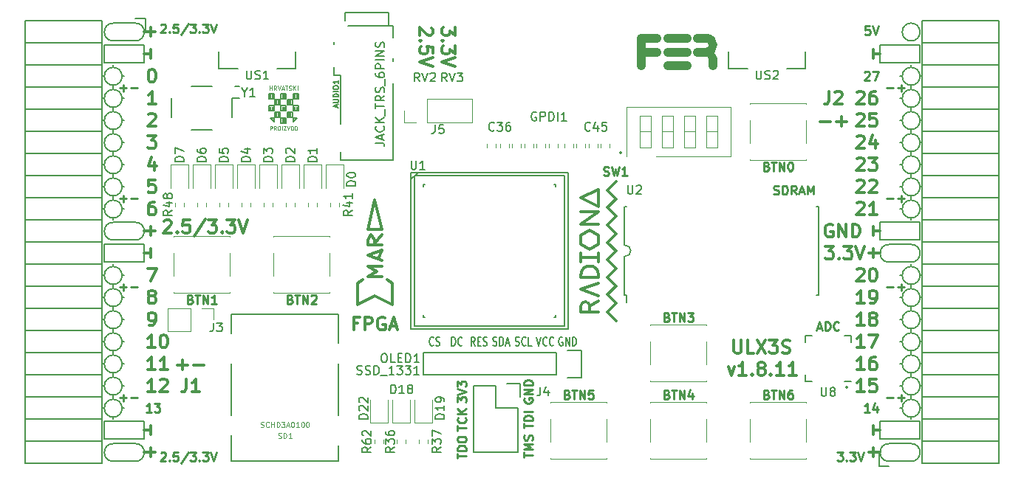
<source format=gto>
G04 #@! TF.GenerationSoftware,KiCad,Pcbnew,5.0.0-rc2+dfsg1-3*
G04 #@! TF.CreationDate,2018-06-09T16:00:45+02:00*
G04 #@! TF.ProjectId,ulx3s,756C7833732E6B696361645F70636200,rev?*
G04 #@! TF.SameCoordinates,Original*
G04 #@! TF.FileFunction,Legend,Top*
G04 #@! TF.FilePolarity,Positive*
%FSLAX46Y46*%
G04 Gerber Fmt 4.6, Leading zero omitted, Abs format (unit mm)*
G04 Created by KiCad (PCBNEW 5.0.0-rc2+dfsg1-3) date Sat Jun  9 16:00:45 2018*
%MOMM*%
%LPD*%
G01*
G04 APERTURE LIST*
%ADD10C,0.200000*%
%ADD11C,0.300000*%
%ADD12C,0.250000*%
%ADD13C,0.150000*%
%ADD14C,1.000000*%
%ADD15C,0.120000*%
%ADD16C,0.152400*%
%ADD17C,0.124460*%
%ADD18C,0.075000*%
G04 APERTURE END LIST*
D10*
X153678000Y-76551000D02*
G75*
G03X153678000Y-76551000I-127000J0D01*
G01*
X179586000Y-103475000D02*
G75*
G03X179586000Y-103475000I-127000J0D01*
G01*
D11*
X134560428Y-62144714D02*
X134560428Y-63073285D01*
X133989000Y-62573285D01*
X133989000Y-62787571D01*
X133917571Y-62930428D01*
X133846142Y-63001857D01*
X133703285Y-63073285D01*
X133346142Y-63073285D01*
X133203285Y-63001857D01*
X133131857Y-62930428D01*
X133060428Y-62787571D01*
X133060428Y-62359000D01*
X133131857Y-62216142D01*
X133203285Y-62144714D01*
X133203285Y-63716142D02*
X133131857Y-63787571D01*
X133060428Y-63716142D01*
X133131857Y-63644714D01*
X133203285Y-63716142D01*
X133060428Y-63716142D01*
X134560428Y-64287571D02*
X134560428Y-65216142D01*
X133989000Y-64716142D01*
X133989000Y-64930428D01*
X133917571Y-65073285D01*
X133846142Y-65144714D01*
X133703285Y-65216142D01*
X133346142Y-65216142D01*
X133203285Y-65144714D01*
X133131857Y-65073285D01*
X133060428Y-64930428D01*
X133060428Y-64501857D01*
X133131857Y-64359000D01*
X133203285Y-64287571D01*
X134560428Y-65644714D02*
X133060428Y-66144714D01*
X134560428Y-66644714D01*
X131877571Y-62216142D02*
X131949000Y-62287571D01*
X132020428Y-62430428D01*
X132020428Y-62787571D01*
X131949000Y-62930428D01*
X131877571Y-63001857D01*
X131734714Y-63073285D01*
X131591857Y-63073285D01*
X131377571Y-63001857D01*
X130520428Y-62144714D01*
X130520428Y-63073285D01*
X130663285Y-63716142D02*
X130591857Y-63787571D01*
X130520428Y-63716142D01*
X130591857Y-63644714D01*
X130663285Y-63716142D01*
X130520428Y-63716142D01*
X132020428Y-65144714D02*
X132020428Y-64430428D01*
X131306142Y-64359000D01*
X131377571Y-64430428D01*
X131449000Y-64573285D01*
X131449000Y-64930428D01*
X131377571Y-65073285D01*
X131306142Y-65144714D01*
X131163285Y-65216142D01*
X130806142Y-65216142D01*
X130663285Y-65144714D01*
X130591857Y-65073285D01*
X130520428Y-64930428D01*
X130520428Y-64573285D01*
X130591857Y-64430428D01*
X130663285Y-64359000D01*
X132020428Y-65644714D02*
X130520428Y-66144714D01*
X132020428Y-66644714D01*
X102760000Y-100897142D02*
X103902857Y-100897142D01*
X103331428Y-101468571D02*
X103331428Y-100325714D01*
X104617142Y-100897142D02*
X105760000Y-100897142D01*
X165878428Y-101121571D02*
X166235571Y-102121571D01*
X166592714Y-101121571D01*
X167949857Y-102121571D02*
X167092714Y-102121571D01*
X167521285Y-102121571D02*
X167521285Y-100621571D01*
X167378428Y-100835857D01*
X167235571Y-100978714D01*
X167092714Y-101050142D01*
X168592714Y-101978714D02*
X168664142Y-102050142D01*
X168592714Y-102121571D01*
X168521285Y-102050142D01*
X168592714Y-101978714D01*
X168592714Y-102121571D01*
X169521285Y-101264428D02*
X169378428Y-101193000D01*
X169307000Y-101121571D01*
X169235571Y-100978714D01*
X169235571Y-100907285D01*
X169307000Y-100764428D01*
X169378428Y-100693000D01*
X169521285Y-100621571D01*
X169807000Y-100621571D01*
X169949857Y-100693000D01*
X170021285Y-100764428D01*
X170092714Y-100907285D01*
X170092714Y-100978714D01*
X170021285Y-101121571D01*
X169949857Y-101193000D01*
X169807000Y-101264428D01*
X169521285Y-101264428D01*
X169378428Y-101335857D01*
X169307000Y-101407285D01*
X169235571Y-101550142D01*
X169235571Y-101835857D01*
X169307000Y-101978714D01*
X169378428Y-102050142D01*
X169521285Y-102121571D01*
X169807000Y-102121571D01*
X169949857Y-102050142D01*
X170021285Y-101978714D01*
X170092714Y-101835857D01*
X170092714Y-101550142D01*
X170021285Y-101407285D01*
X169949857Y-101335857D01*
X169807000Y-101264428D01*
X170735571Y-101978714D02*
X170807000Y-102050142D01*
X170735571Y-102121571D01*
X170664142Y-102050142D01*
X170735571Y-101978714D01*
X170735571Y-102121571D01*
X172235571Y-102121571D02*
X171378428Y-102121571D01*
X171807000Y-102121571D02*
X171807000Y-100621571D01*
X171664142Y-100835857D01*
X171521285Y-100978714D01*
X171378428Y-101050142D01*
X173664142Y-102121571D02*
X172807000Y-102121571D01*
X173235571Y-102121571D02*
X173235571Y-100621571D01*
X173092714Y-100835857D01*
X172949857Y-100978714D01*
X172807000Y-101050142D01*
X182492000Y-87582000D02*
X182492000Y-88598000D01*
X181984000Y-88090000D02*
X183254000Y-88090000D01*
X182492000Y-110442000D02*
X182492000Y-111458000D01*
X183254000Y-110950000D02*
X181984000Y-110950000D01*
X99688000Y-110442000D02*
X99688000Y-111458000D01*
X98926000Y-110950000D02*
X100196000Y-110950000D01*
X99688000Y-62182000D02*
X99688000Y-63198000D01*
X98926000Y-62690000D02*
X100196000Y-62690000D01*
X99688000Y-85042000D02*
X99688000Y-86058000D01*
X98926000Y-85550000D02*
X100196000Y-85550000D01*
D10*
X97910000Y-63706000D02*
G75*
G03X97910000Y-61674000I0J1016000D01*
G01*
X184270000Y-109934000D02*
G75*
G03X184270000Y-111966000I0J-1016000D01*
G01*
X95370000Y-111966000D02*
X97910000Y-111966000D01*
X95370000Y-109934000D02*
X97910000Y-109934000D01*
X97910000Y-111966000D02*
G75*
G03X97910000Y-109934000I0J1016000D01*
G01*
X95370000Y-109934000D02*
G75*
G03X95370000Y-111966000I0J-1016000D01*
G01*
X95370000Y-61674000D02*
X97910000Y-61674000D01*
X95370000Y-63706000D02*
X97910000Y-63706000D01*
X95370000Y-61674000D02*
G75*
G03X95370000Y-63706000I0J-1016000D01*
G01*
X95370000Y-84534000D02*
X97910000Y-84534000D01*
X95370000Y-86566000D02*
X97910000Y-86566000D01*
X95370000Y-84534000D02*
G75*
G03X95370000Y-86566000I0J-1016000D01*
G01*
X97910000Y-86566000D02*
G75*
G03X97910000Y-84534000I0J1016000D01*
G01*
X187826000Y-62690000D02*
G75*
G03X187826000Y-62690000I-1016000J0D01*
G01*
X184270000Y-89106000D02*
X186810000Y-89106000D01*
X184270000Y-87074000D02*
X186810000Y-87074000D01*
X184270000Y-87074000D02*
G75*
G03X184270000Y-89106000I0J-1016000D01*
G01*
X186810000Y-89106000D02*
G75*
G03X186810000Y-87074000I0J1016000D01*
G01*
X186810000Y-111966000D02*
X184270000Y-111966000D01*
X186810000Y-109934000D02*
X184270000Y-109934000D01*
X186810000Y-111966000D02*
G75*
G03X186810000Y-109934000I0J1016000D01*
G01*
X94354000Y-66246000D02*
X94354000Y-64214000D01*
X98926000Y-66246000D02*
X94354000Y-66246000D01*
X98926000Y-64214000D02*
X98926000Y-66246000D01*
X94354000Y-64214000D02*
X98926000Y-64214000D01*
X94354000Y-87074000D02*
X98926000Y-87074000D01*
X94354000Y-89106000D02*
X94354000Y-87074000D01*
X98926000Y-89106000D02*
X94354000Y-89106000D01*
X98926000Y-87074000D02*
X98926000Y-89106000D01*
X94354000Y-109426000D02*
X98926000Y-109426000D01*
X94354000Y-107394000D02*
X94354000Y-109426000D01*
X98926000Y-107394000D02*
X94354000Y-107394000D01*
X98926000Y-109426000D02*
X98926000Y-107394000D01*
X183254000Y-109426000D02*
X187826000Y-109426000D01*
X183254000Y-107394000D02*
X183254000Y-109426000D01*
X187826000Y-107394000D02*
X187826000Y-109426000D01*
X183254000Y-107394000D02*
X187826000Y-107394000D01*
X183254000Y-66246000D02*
X187826000Y-66246000D01*
X183254000Y-64214000D02*
X183254000Y-66246000D01*
X187826000Y-64214000D02*
X183254000Y-64214000D01*
X187826000Y-66246000D02*
X187826000Y-64214000D01*
X183254000Y-84534000D02*
X187826000Y-84534000D01*
X183254000Y-86566000D02*
X183254000Y-84534000D01*
X187826000Y-86566000D02*
X183254000Y-86566000D01*
X187826000Y-84534000D02*
X187826000Y-86566000D01*
D12*
X96148000Y-69111428D02*
X96909904Y-69111428D01*
X96528952Y-69492380D02*
X96528952Y-68730476D01*
X97386095Y-69111428D02*
X98148000Y-69111428D01*
X96148000Y-81811428D02*
X96909904Y-81811428D01*
X96528952Y-82192380D02*
X96528952Y-81430476D01*
X97386095Y-81811428D02*
X98148000Y-81811428D01*
X96148000Y-91971428D02*
X96909904Y-91971428D01*
X96528952Y-92352380D02*
X96528952Y-91590476D01*
X97386095Y-91971428D02*
X98148000Y-91971428D01*
X96148000Y-104671428D02*
X96909904Y-104671428D01*
X96528952Y-105052380D02*
X96528952Y-104290476D01*
X97386095Y-104671428D02*
X98148000Y-104671428D01*
X184032000Y-104671428D02*
X184793904Y-104671428D01*
X185270095Y-104671428D02*
X186032000Y-104671428D01*
X185651047Y-105052380D02*
X185651047Y-104290476D01*
X184032000Y-91971428D02*
X184793904Y-91971428D01*
X185270095Y-91971428D02*
X186032000Y-91971428D01*
X185651047Y-92352380D02*
X185651047Y-91590476D01*
X184032000Y-81811428D02*
X184793904Y-81811428D01*
X185270095Y-81811428D02*
X186032000Y-81811428D01*
X185651047Y-82192380D02*
X185651047Y-81430476D01*
X184032000Y-69111428D02*
X184793904Y-69111428D01*
X185270095Y-69111428D02*
X186032000Y-69111428D01*
X185651047Y-69492380D02*
X185651047Y-68730476D01*
D11*
X176420000Y-72957142D02*
X177562857Y-72957142D01*
X178277142Y-72957142D02*
X179420000Y-72957142D01*
X178848571Y-73528571D02*
X178848571Y-72385714D01*
D10*
X187826000Y-67770000D02*
G75*
G03X187826000Y-67770000I-1016000J0D01*
G01*
X187826000Y-70310000D02*
G75*
G03X187826000Y-70310000I-1016000J0D01*
G01*
X187826000Y-72850000D02*
G75*
G03X187826000Y-72850000I-1016000J0D01*
G01*
X187826000Y-75390000D02*
G75*
G03X187826000Y-75390000I-1016000J0D01*
G01*
X187826000Y-77930000D02*
G75*
G03X187826000Y-77930000I-1016000J0D01*
G01*
X187826000Y-80470000D02*
G75*
G03X187826000Y-80470000I-1016000J0D01*
G01*
X187826000Y-83010000D02*
G75*
G03X187826000Y-83010000I-1016000J0D01*
G01*
X187826000Y-90630000D02*
G75*
G03X187826000Y-90630000I-1016000J0D01*
G01*
X187826000Y-93170000D02*
G75*
G03X187826000Y-93170000I-1016000J0D01*
G01*
X187826000Y-95710000D02*
G75*
G03X187826000Y-95710000I-1016000J0D01*
G01*
X187826000Y-98250000D02*
G75*
G03X187826000Y-98250000I-1016000J0D01*
G01*
X187826000Y-100790000D02*
G75*
G03X187826000Y-100790000I-1016000J0D01*
G01*
X187826000Y-103330000D02*
G75*
G03X187826000Y-103330000I-1016000J0D01*
G01*
X187826000Y-105870000D02*
G75*
G03X187826000Y-105870000I-1016000J0D01*
G01*
X96386000Y-105870000D02*
G75*
G03X96386000Y-105870000I-1016000J0D01*
G01*
X96386000Y-103330000D02*
G75*
G03X96386000Y-103330000I-1016000J0D01*
G01*
X96386000Y-100790000D02*
G75*
G03X96386000Y-100790000I-1016000J0D01*
G01*
X96386000Y-98250000D02*
G75*
G03X96386000Y-98250000I-1016000J0D01*
G01*
X96386000Y-95710000D02*
G75*
G03X96386000Y-95710000I-1016000J0D01*
G01*
X96386000Y-93170000D02*
G75*
G03X96386000Y-93170000I-1016000J0D01*
G01*
X96386000Y-90630000D02*
G75*
G03X96386000Y-90630000I-1016000J0D01*
G01*
X96386000Y-83010000D02*
G75*
G03X96386000Y-83010000I-1016000J0D01*
G01*
X96386000Y-80470000D02*
G75*
G03X96386000Y-80470000I-1016000J0D01*
G01*
X96386000Y-77930000D02*
G75*
G03X96386000Y-77930000I-1016000J0D01*
G01*
X96386000Y-75390000D02*
G75*
G03X96386000Y-75390000I-1016000J0D01*
G01*
X96386000Y-72850000D02*
G75*
G03X96386000Y-72850000I-1016000J0D01*
G01*
X96386000Y-70310000D02*
G75*
G03X96386000Y-70310000I-1016000J0D01*
G01*
X96386000Y-67770000D02*
G75*
G03X96386000Y-67770000I-1016000J0D01*
G01*
D11*
X177793142Y-84800000D02*
X177650285Y-84728571D01*
X177436000Y-84728571D01*
X177221714Y-84800000D01*
X177078857Y-84942857D01*
X177007428Y-85085714D01*
X176936000Y-85371428D01*
X176936000Y-85585714D01*
X177007428Y-85871428D01*
X177078857Y-86014285D01*
X177221714Y-86157142D01*
X177436000Y-86228571D01*
X177578857Y-86228571D01*
X177793142Y-86157142D01*
X177864571Y-86085714D01*
X177864571Y-85585714D01*
X177578857Y-85585714D01*
X178507428Y-86228571D02*
X178507428Y-84728571D01*
X179364571Y-86228571D01*
X179364571Y-84728571D01*
X180078857Y-86228571D02*
X180078857Y-84728571D01*
X180436000Y-84728571D01*
X180650285Y-84800000D01*
X180793142Y-84942857D01*
X180864571Y-85085714D01*
X180936000Y-85371428D01*
X180936000Y-85585714D01*
X180864571Y-85871428D01*
X180793142Y-86014285D01*
X180650285Y-86157142D01*
X180436000Y-86228571D01*
X180078857Y-86228571D01*
X182492000Y-86058000D02*
X182492000Y-85042000D01*
X183254000Y-85550000D02*
X182492000Y-85550000D01*
X182492000Y-107902000D02*
X182492000Y-108918000D01*
X182492000Y-108410000D02*
X183254000Y-108410000D01*
D12*
X182047523Y-106322380D02*
X181476095Y-106322380D01*
X181761809Y-106322380D02*
X181761809Y-105322380D01*
X181666571Y-105465238D01*
X181571333Y-105560476D01*
X181476095Y-105608095D01*
X182904666Y-105655714D02*
X182904666Y-106322380D01*
X182666571Y-105274761D02*
X182428476Y-105989047D01*
X183047523Y-105989047D01*
X181476095Y-67317619D02*
X181523714Y-67270000D01*
X181618952Y-67222380D01*
X181857047Y-67222380D01*
X181952285Y-67270000D01*
X181999904Y-67317619D01*
X182047523Y-67412857D01*
X182047523Y-67508095D01*
X181999904Y-67650952D01*
X181428476Y-68222380D01*
X182047523Y-68222380D01*
X182380857Y-67222380D02*
X183047523Y-67222380D01*
X182618952Y-68222380D01*
D11*
X182492000Y-64722000D02*
X182492000Y-65738000D01*
X182492000Y-65230000D02*
X183254000Y-65230000D01*
X99688000Y-107902000D02*
X99688000Y-108918000D01*
X98926000Y-108410000D02*
X99688000Y-108410000D01*
X99315000Y-74568571D02*
X100243571Y-74568571D01*
X99743571Y-75140000D01*
X99957857Y-75140000D01*
X100100714Y-75211428D01*
X100172142Y-75282857D01*
X100243571Y-75425714D01*
X100243571Y-75782857D01*
X100172142Y-75925714D01*
X100100714Y-75997142D01*
X99957857Y-76068571D01*
X99529285Y-76068571D01*
X99386428Y-75997142D01*
X99315000Y-75925714D01*
X100100714Y-77608571D02*
X100100714Y-78608571D01*
X99743571Y-77037142D02*
X99386428Y-78108571D01*
X100315000Y-78108571D01*
X100172142Y-79648571D02*
X99457857Y-79648571D01*
X99386428Y-80362857D01*
X99457857Y-80291428D01*
X99600714Y-80220000D01*
X99957857Y-80220000D01*
X100100714Y-80291428D01*
X100172142Y-80362857D01*
X100243571Y-80505714D01*
X100243571Y-80862857D01*
X100172142Y-81005714D01*
X100100714Y-81077142D01*
X99957857Y-81148571D01*
X99600714Y-81148571D01*
X99457857Y-81077142D01*
X99386428Y-81005714D01*
D12*
X99751523Y-106322380D02*
X99180095Y-106322380D01*
X99465809Y-106322380D02*
X99465809Y-105322380D01*
X99370571Y-105465238D01*
X99275333Y-105560476D01*
X99180095Y-105608095D01*
X100084857Y-105322380D02*
X100703904Y-105322380D01*
X100370571Y-105703333D01*
X100513428Y-105703333D01*
X100608666Y-105750952D01*
X100656285Y-105798571D01*
X100703904Y-105893809D01*
X100703904Y-106131904D01*
X100656285Y-106227142D01*
X100608666Y-106274761D01*
X100513428Y-106322380D01*
X100227714Y-106322380D01*
X100132476Y-106274761D01*
X100084857Y-106227142D01*
D11*
X99315000Y-89808571D02*
X100315000Y-89808571D01*
X99672142Y-91308571D01*
X99688000Y-87582000D02*
X99688000Y-88598000D01*
X98926000Y-88090000D02*
X99688000Y-88090000D01*
X99688000Y-64722000D02*
X99688000Y-65738000D01*
X98926000Y-65230000D02*
X99688000Y-65230000D01*
D12*
X100817976Y-61874619D02*
X100865595Y-61827000D01*
X100960833Y-61779380D01*
X101198928Y-61779380D01*
X101294166Y-61827000D01*
X101341785Y-61874619D01*
X101389404Y-61969857D01*
X101389404Y-62065095D01*
X101341785Y-62207952D01*
X100770357Y-62779380D01*
X101389404Y-62779380D01*
X101817976Y-62684142D02*
X101865595Y-62731761D01*
X101817976Y-62779380D01*
X101770357Y-62731761D01*
X101817976Y-62684142D01*
X101817976Y-62779380D01*
X102770357Y-61779380D02*
X102294166Y-61779380D01*
X102246547Y-62255571D01*
X102294166Y-62207952D01*
X102389404Y-62160333D01*
X102627500Y-62160333D01*
X102722738Y-62207952D01*
X102770357Y-62255571D01*
X102817976Y-62350809D01*
X102817976Y-62588904D01*
X102770357Y-62684142D01*
X102722738Y-62731761D01*
X102627500Y-62779380D01*
X102389404Y-62779380D01*
X102294166Y-62731761D01*
X102246547Y-62684142D01*
X103960833Y-61731761D02*
X103103690Y-63017476D01*
X104198928Y-61779380D02*
X104817976Y-61779380D01*
X104484642Y-62160333D01*
X104627500Y-62160333D01*
X104722738Y-62207952D01*
X104770357Y-62255571D01*
X104817976Y-62350809D01*
X104817976Y-62588904D01*
X104770357Y-62684142D01*
X104722738Y-62731761D01*
X104627500Y-62779380D01*
X104341785Y-62779380D01*
X104246547Y-62731761D01*
X104198928Y-62684142D01*
X105246547Y-62684142D02*
X105294166Y-62731761D01*
X105246547Y-62779380D01*
X105198928Y-62731761D01*
X105246547Y-62684142D01*
X105246547Y-62779380D01*
X105627500Y-61779380D02*
X106246547Y-61779380D01*
X105913214Y-62160333D01*
X106056071Y-62160333D01*
X106151309Y-62207952D01*
X106198928Y-62255571D01*
X106246547Y-62350809D01*
X106246547Y-62588904D01*
X106198928Y-62684142D01*
X106151309Y-62731761D01*
X106056071Y-62779380D01*
X105770357Y-62779380D01*
X105675119Y-62731761D01*
X105627500Y-62684142D01*
X106532261Y-61779380D02*
X106865595Y-62779380D01*
X107198928Y-61779380D01*
X178360261Y-110910380D02*
X178979309Y-110910380D01*
X178645976Y-111291333D01*
X178788833Y-111291333D01*
X178884071Y-111338952D01*
X178931690Y-111386571D01*
X178979309Y-111481809D01*
X178979309Y-111719904D01*
X178931690Y-111815142D01*
X178884071Y-111862761D01*
X178788833Y-111910380D01*
X178503119Y-111910380D01*
X178407880Y-111862761D01*
X178360261Y-111815142D01*
X179407880Y-111815142D02*
X179455500Y-111862761D01*
X179407880Y-111910380D01*
X179360261Y-111862761D01*
X179407880Y-111815142D01*
X179407880Y-111910380D01*
X179788833Y-110910380D02*
X180407880Y-110910380D01*
X180074547Y-111291333D01*
X180217404Y-111291333D01*
X180312642Y-111338952D01*
X180360261Y-111386571D01*
X180407880Y-111481809D01*
X180407880Y-111719904D01*
X180360261Y-111815142D01*
X180312642Y-111862761D01*
X180217404Y-111910380D01*
X179931690Y-111910380D01*
X179836452Y-111862761D01*
X179788833Y-111815142D01*
X180693595Y-110910380D02*
X181026928Y-111910380D01*
X181360261Y-110910380D01*
D11*
X101199714Y-84381428D02*
X101271142Y-84310000D01*
X101414000Y-84238571D01*
X101771142Y-84238571D01*
X101914000Y-84310000D01*
X101985428Y-84381428D01*
X102056857Y-84524285D01*
X102056857Y-84667142D01*
X101985428Y-84881428D01*
X101128285Y-85738571D01*
X102056857Y-85738571D01*
X102699714Y-85595714D02*
X102771142Y-85667142D01*
X102699714Y-85738571D01*
X102628285Y-85667142D01*
X102699714Y-85595714D01*
X102699714Y-85738571D01*
X104128285Y-84238571D02*
X103414000Y-84238571D01*
X103342571Y-84952857D01*
X103414000Y-84881428D01*
X103556857Y-84810000D01*
X103914000Y-84810000D01*
X104056857Y-84881428D01*
X104128285Y-84952857D01*
X104199714Y-85095714D01*
X104199714Y-85452857D01*
X104128285Y-85595714D01*
X104056857Y-85667142D01*
X103914000Y-85738571D01*
X103556857Y-85738571D01*
X103414000Y-85667142D01*
X103342571Y-85595714D01*
X105914000Y-84167142D02*
X104628285Y-86095714D01*
X106271142Y-84238571D02*
X107199714Y-84238571D01*
X106699714Y-84810000D01*
X106914000Y-84810000D01*
X107056857Y-84881428D01*
X107128285Y-84952857D01*
X107199714Y-85095714D01*
X107199714Y-85452857D01*
X107128285Y-85595714D01*
X107056857Y-85667142D01*
X106914000Y-85738571D01*
X106485428Y-85738571D01*
X106342571Y-85667142D01*
X106271142Y-85595714D01*
X107842571Y-85595714D02*
X107914000Y-85667142D01*
X107842571Y-85738571D01*
X107771142Y-85667142D01*
X107842571Y-85595714D01*
X107842571Y-85738571D01*
X108414000Y-84238571D02*
X109342571Y-84238571D01*
X108842571Y-84810000D01*
X109056857Y-84810000D01*
X109199714Y-84881428D01*
X109271142Y-84952857D01*
X109342571Y-85095714D01*
X109342571Y-85452857D01*
X109271142Y-85595714D01*
X109199714Y-85667142D01*
X109056857Y-85738571D01*
X108628285Y-85738571D01*
X108485428Y-85667142D01*
X108414000Y-85595714D01*
X109771142Y-84238571D02*
X110271142Y-85738571D01*
X110771142Y-84238571D01*
D12*
X100817976Y-111023619D02*
X100865595Y-110976000D01*
X100960833Y-110928380D01*
X101198928Y-110928380D01*
X101294166Y-110976000D01*
X101341785Y-111023619D01*
X101389404Y-111118857D01*
X101389404Y-111214095D01*
X101341785Y-111356952D01*
X100770357Y-111928380D01*
X101389404Y-111928380D01*
X101817976Y-111833142D02*
X101865595Y-111880761D01*
X101817976Y-111928380D01*
X101770357Y-111880761D01*
X101817976Y-111833142D01*
X101817976Y-111928380D01*
X102770357Y-110928380D02*
X102294166Y-110928380D01*
X102246547Y-111404571D01*
X102294166Y-111356952D01*
X102389404Y-111309333D01*
X102627500Y-111309333D01*
X102722738Y-111356952D01*
X102770357Y-111404571D01*
X102817976Y-111499809D01*
X102817976Y-111737904D01*
X102770357Y-111833142D01*
X102722738Y-111880761D01*
X102627500Y-111928380D01*
X102389404Y-111928380D01*
X102294166Y-111880761D01*
X102246547Y-111833142D01*
X103960833Y-110880761D02*
X103103690Y-112166476D01*
X104198928Y-110928380D02*
X104817976Y-110928380D01*
X104484642Y-111309333D01*
X104627500Y-111309333D01*
X104722738Y-111356952D01*
X104770357Y-111404571D01*
X104817976Y-111499809D01*
X104817976Y-111737904D01*
X104770357Y-111833142D01*
X104722738Y-111880761D01*
X104627500Y-111928380D01*
X104341785Y-111928380D01*
X104246547Y-111880761D01*
X104198928Y-111833142D01*
X105246547Y-111833142D02*
X105294166Y-111880761D01*
X105246547Y-111928380D01*
X105198928Y-111880761D01*
X105246547Y-111833142D01*
X105246547Y-111928380D01*
X105627500Y-110928380D02*
X106246547Y-110928380D01*
X105913214Y-111309333D01*
X106056071Y-111309333D01*
X106151309Y-111356952D01*
X106198928Y-111404571D01*
X106246547Y-111499809D01*
X106246547Y-111737904D01*
X106198928Y-111833142D01*
X106151309Y-111880761D01*
X106056071Y-111928380D01*
X105770357Y-111928380D01*
X105675119Y-111880761D01*
X105627500Y-111833142D01*
X106532261Y-110928380D02*
X106865595Y-111928380D01*
X107198928Y-110928380D01*
X182047523Y-62015380D02*
X181571333Y-62015380D01*
X181523714Y-62491571D01*
X181571333Y-62443952D01*
X181666571Y-62396333D01*
X181904666Y-62396333D01*
X181999904Y-62443952D01*
X182047523Y-62491571D01*
X182095142Y-62586809D01*
X182095142Y-62824904D01*
X182047523Y-62920142D01*
X181999904Y-62967761D01*
X181904666Y-63015380D01*
X181666571Y-63015380D01*
X181571333Y-62967761D01*
X181523714Y-62920142D01*
X182380857Y-62015380D02*
X182714190Y-63015380D01*
X183047523Y-62015380D01*
D11*
X180587142Y-69631428D02*
X180658571Y-69560000D01*
X180801428Y-69488571D01*
X181158571Y-69488571D01*
X181301428Y-69560000D01*
X181372857Y-69631428D01*
X181444285Y-69774285D01*
X181444285Y-69917142D01*
X181372857Y-70131428D01*
X180515714Y-70988571D01*
X181444285Y-70988571D01*
X182730000Y-69488571D02*
X182444285Y-69488571D01*
X182301428Y-69560000D01*
X182230000Y-69631428D01*
X182087142Y-69845714D01*
X182015714Y-70131428D01*
X182015714Y-70702857D01*
X182087142Y-70845714D01*
X182158571Y-70917142D01*
X182301428Y-70988571D01*
X182587142Y-70988571D01*
X182730000Y-70917142D01*
X182801428Y-70845714D01*
X182872857Y-70702857D01*
X182872857Y-70345714D01*
X182801428Y-70202857D01*
X182730000Y-70131428D01*
X182587142Y-70060000D01*
X182301428Y-70060000D01*
X182158571Y-70131428D01*
X182087142Y-70202857D01*
X182015714Y-70345714D01*
X180587142Y-72171428D02*
X180658571Y-72100000D01*
X180801428Y-72028571D01*
X181158571Y-72028571D01*
X181301428Y-72100000D01*
X181372857Y-72171428D01*
X181444285Y-72314285D01*
X181444285Y-72457142D01*
X181372857Y-72671428D01*
X180515714Y-73528571D01*
X181444285Y-73528571D01*
X182801428Y-72028571D02*
X182087142Y-72028571D01*
X182015714Y-72742857D01*
X182087142Y-72671428D01*
X182230000Y-72600000D01*
X182587142Y-72600000D01*
X182730000Y-72671428D01*
X182801428Y-72742857D01*
X182872857Y-72885714D01*
X182872857Y-73242857D01*
X182801428Y-73385714D01*
X182730000Y-73457142D01*
X182587142Y-73528571D01*
X182230000Y-73528571D01*
X182087142Y-73457142D01*
X182015714Y-73385714D01*
X180587142Y-74711428D02*
X180658571Y-74640000D01*
X180801428Y-74568571D01*
X181158571Y-74568571D01*
X181301428Y-74640000D01*
X181372857Y-74711428D01*
X181444285Y-74854285D01*
X181444285Y-74997142D01*
X181372857Y-75211428D01*
X180515714Y-76068571D01*
X181444285Y-76068571D01*
X182730000Y-75068571D02*
X182730000Y-76068571D01*
X182372857Y-74497142D02*
X182015714Y-75568571D01*
X182944285Y-75568571D01*
X180587142Y-77251428D02*
X180658571Y-77180000D01*
X180801428Y-77108571D01*
X181158571Y-77108571D01*
X181301428Y-77180000D01*
X181372857Y-77251428D01*
X181444285Y-77394285D01*
X181444285Y-77537142D01*
X181372857Y-77751428D01*
X180515714Y-78608571D01*
X181444285Y-78608571D01*
X181944285Y-77108571D02*
X182872857Y-77108571D01*
X182372857Y-77680000D01*
X182587142Y-77680000D01*
X182730000Y-77751428D01*
X182801428Y-77822857D01*
X182872857Y-77965714D01*
X182872857Y-78322857D01*
X182801428Y-78465714D01*
X182730000Y-78537142D01*
X182587142Y-78608571D01*
X182158571Y-78608571D01*
X182015714Y-78537142D01*
X181944285Y-78465714D01*
X180587142Y-79791428D02*
X180658571Y-79720000D01*
X180801428Y-79648571D01*
X181158571Y-79648571D01*
X181301428Y-79720000D01*
X181372857Y-79791428D01*
X181444285Y-79934285D01*
X181444285Y-80077142D01*
X181372857Y-80291428D01*
X180515714Y-81148571D01*
X181444285Y-81148571D01*
X182015714Y-79791428D02*
X182087142Y-79720000D01*
X182230000Y-79648571D01*
X182587142Y-79648571D01*
X182730000Y-79720000D01*
X182801428Y-79791428D01*
X182872857Y-79934285D01*
X182872857Y-80077142D01*
X182801428Y-80291428D01*
X181944285Y-81148571D01*
X182872857Y-81148571D01*
X180587142Y-82331428D02*
X180658571Y-82260000D01*
X180801428Y-82188571D01*
X181158571Y-82188571D01*
X181301428Y-82260000D01*
X181372857Y-82331428D01*
X181444285Y-82474285D01*
X181444285Y-82617142D01*
X181372857Y-82831428D01*
X180515714Y-83688571D01*
X181444285Y-83688571D01*
X182872857Y-83688571D02*
X182015714Y-83688571D01*
X182444285Y-83688571D02*
X182444285Y-82188571D01*
X182301428Y-82402857D01*
X182158571Y-82545714D01*
X182015714Y-82617142D01*
X176975714Y-87268571D02*
X177904285Y-87268571D01*
X177404285Y-87840000D01*
X177618571Y-87840000D01*
X177761428Y-87911428D01*
X177832857Y-87982857D01*
X177904285Y-88125714D01*
X177904285Y-88482857D01*
X177832857Y-88625714D01*
X177761428Y-88697142D01*
X177618571Y-88768571D01*
X177190000Y-88768571D01*
X177047142Y-88697142D01*
X176975714Y-88625714D01*
X178547142Y-88625714D02*
X178618571Y-88697142D01*
X178547142Y-88768571D01*
X178475714Y-88697142D01*
X178547142Y-88625714D01*
X178547142Y-88768571D01*
X179118571Y-87268571D02*
X180047142Y-87268571D01*
X179547142Y-87840000D01*
X179761428Y-87840000D01*
X179904285Y-87911428D01*
X179975714Y-87982857D01*
X180047142Y-88125714D01*
X180047142Y-88482857D01*
X179975714Y-88625714D01*
X179904285Y-88697142D01*
X179761428Y-88768571D01*
X179332857Y-88768571D01*
X179190000Y-88697142D01*
X179118571Y-88625714D01*
X180475714Y-87268571D02*
X180975714Y-88768571D01*
X181475714Y-87268571D01*
X180587142Y-89951428D02*
X180658571Y-89880000D01*
X180801428Y-89808571D01*
X181158571Y-89808571D01*
X181301428Y-89880000D01*
X181372857Y-89951428D01*
X181444285Y-90094285D01*
X181444285Y-90237142D01*
X181372857Y-90451428D01*
X180515714Y-91308571D01*
X181444285Y-91308571D01*
X182372857Y-89808571D02*
X182515714Y-89808571D01*
X182658571Y-89880000D01*
X182730000Y-89951428D01*
X182801428Y-90094285D01*
X182872857Y-90380000D01*
X182872857Y-90737142D01*
X182801428Y-91022857D01*
X182730000Y-91165714D01*
X182658571Y-91237142D01*
X182515714Y-91308571D01*
X182372857Y-91308571D01*
X182230000Y-91237142D01*
X182158571Y-91165714D01*
X182087142Y-91022857D01*
X182015714Y-90737142D01*
X182015714Y-90380000D01*
X182087142Y-90094285D01*
X182158571Y-89951428D01*
X182230000Y-89880000D01*
X182372857Y-89808571D01*
X181444285Y-93848571D02*
X180587142Y-93848571D01*
X181015714Y-93848571D02*
X181015714Y-92348571D01*
X180872857Y-92562857D01*
X180730000Y-92705714D01*
X180587142Y-92777142D01*
X182158571Y-93848571D02*
X182444285Y-93848571D01*
X182587142Y-93777142D01*
X182658571Y-93705714D01*
X182801428Y-93491428D01*
X182872857Y-93205714D01*
X182872857Y-92634285D01*
X182801428Y-92491428D01*
X182730000Y-92420000D01*
X182587142Y-92348571D01*
X182301428Y-92348571D01*
X182158571Y-92420000D01*
X182087142Y-92491428D01*
X182015714Y-92634285D01*
X182015714Y-92991428D01*
X182087142Y-93134285D01*
X182158571Y-93205714D01*
X182301428Y-93277142D01*
X182587142Y-93277142D01*
X182730000Y-93205714D01*
X182801428Y-93134285D01*
X182872857Y-92991428D01*
X181444285Y-96388571D02*
X180587142Y-96388571D01*
X181015714Y-96388571D02*
X181015714Y-94888571D01*
X180872857Y-95102857D01*
X180730000Y-95245714D01*
X180587142Y-95317142D01*
X182301428Y-95531428D02*
X182158571Y-95460000D01*
X182087142Y-95388571D01*
X182015714Y-95245714D01*
X182015714Y-95174285D01*
X182087142Y-95031428D01*
X182158571Y-94960000D01*
X182301428Y-94888571D01*
X182587142Y-94888571D01*
X182730000Y-94960000D01*
X182801428Y-95031428D01*
X182872857Y-95174285D01*
X182872857Y-95245714D01*
X182801428Y-95388571D01*
X182730000Y-95460000D01*
X182587142Y-95531428D01*
X182301428Y-95531428D01*
X182158571Y-95602857D01*
X182087142Y-95674285D01*
X182015714Y-95817142D01*
X182015714Y-96102857D01*
X182087142Y-96245714D01*
X182158571Y-96317142D01*
X182301428Y-96388571D01*
X182587142Y-96388571D01*
X182730000Y-96317142D01*
X182801428Y-96245714D01*
X182872857Y-96102857D01*
X182872857Y-95817142D01*
X182801428Y-95674285D01*
X182730000Y-95602857D01*
X182587142Y-95531428D01*
X181444285Y-98928571D02*
X180587142Y-98928571D01*
X181015714Y-98928571D02*
X181015714Y-97428571D01*
X180872857Y-97642857D01*
X180730000Y-97785714D01*
X180587142Y-97857142D01*
X181944285Y-97428571D02*
X182944285Y-97428571D01*
X182301428Y-98928571D01*
X181444285Y-101468571D02*
X180587142Y-101468571D01*
X181015714Y-101468571D02*
X181015714Y-99968571D01*
X180872857Y-100182857D01*
X180730000Y-100325714D01*
X180587142Y-100397142D01*
X182730000Y-99968571D02*
X182444285Y-99968571D01*
X182301428Y-100040000D01*
X182230000Y-100111428D01*
X182087142Y-100325714D01*
X182015714Y-100611428D01*
X182015714Y-101182857D01*
X182087142Y-101325714D01*
X182158571Y-101397142D01*
X182301428Y-101468571D01*
X182587142Y-101468571D01*
X182730000Y-101397142D01*
X182801428Y-101325714D01*
X182872857Y-101182857D01*
X182872857Y-100825714D01*
X182801428Y-100682857D01*
X182730000Y-100611428D01*
X182587142Y-100540000D01*
X182301428Y-100540000D01*
X182158571Y-100611428D01*
X182087142Y-100682857D01*
X182015714Y-100825714D01*
X181444285Y-104008571D02*
X180587142Y-104008571D01*
X181015714Y-104008571D02*
X181015714Y-102508571D01*
X180872857Y-102722857D01*
X180730000Y-102865714D01*
X180587142Y-102937142D01*
X182801428Y-102508571D02*
X182087142Y-102508571D01*
X182015714Y-103222857D01*
X182087142Y-103151428D01*
X182230000Y-103080000D01*
X182587142Y-103080000D01*
X182730000Y-103151428D01*
X182801428Y-103222857D01*
X182872857Y-103365714D01*
X182872857Y-103722857D01*
X182801428Y-103865714D01*
X182730000Y-103937142D01*
X182587142Y-104008571D01*
X182230000Y-104008571D01*
X182087142Y-103937142D01*
X182015714Y-103865714D01*
D10*
X186810000Y-66500000D02*
X186810000Y-66754000D01*
X187826000Y-67770000D02*
X188080000Y-67770000D01*
X185540000Y-67770000D02*
X185794000Y-67770000D01*
X186810000Y-69294000D02*
X186810000Y-68786000D01*
X187826000Y-70310000D02*
X188080000Y-70310000D01*
X185540000Y-70310000D02*
X185794000Y-70310000D01*
X186810000Y-71326000D02*
X186810000Y-71834000D01*
X187826000Y-72850000D02*
X188080000Y-72850000D01*
X185540000Y-72850000D02*
X185794000Y-72850000D01*
X186810000Y-73866000D02*
X186810000Y-74374000D01*
X187826000Y-75390000D02*
X188080000Y-75390000D01*
X185540000Y-75390000D02*
X185794000Y-75390000D01*
X186810000Y-76406000D02*
X186810000Y-76914000D01*
X187826000Y-77930000D02*
X188080000Y-77930000D01*
X185540000Y-77930000D02*
X185794000Y-77930000D01*
X186810000Y-79454000D02*
X186810000Y-78946000D01*
X187826000Y-80470000D02*
X188080000Y-80470000D01*
X185540000Y-80470000D02*
X185794000Y-80470000D01*
X186810000Y-81994000D02*
X186810000Y-81486000D01*
X187826000Y-83010000D02*
X188080000Y-83010000D01*
X185540000Y-83010000D02*
X185794000Y-83010000D01*
X186810000Y-84026000D02*
X186810000Y-84280000D01*
X186810000Y-89360000D02*
X186810000Y-89614000D01*
X187826000Y-90630000D02*
X188080000Y-90630000D01*
X185540000Y-90630000D02*
X185794000Y-90630000D01*
X186810000Y-91646000D02*
X186810000Y-92154000D01*
X187826000Y-93170000D02*
X188080000Y-93170000D01*
X185540000Y-93170000D02*
X185794000Y-93170000D01*
X186810000Y-94186000D02*
X186810000Y-94694000D01*
X187826000Y-95710000D02*
X188080000Y-95710000D01*
X185540000Y-95710000D02*
X185794000Y-95710000D01*
X186810000Y-97234000D02*
X186810000Y-96726000D01*
X187826000Y-98250000D02*
X188080000Y-98250000D01*
X185540000Y-98250000D02*
X185794000Y-98250000D01*
X187826000Y-100790000D02*
X188080000Y-100790000D01*
X185540000Y-100790000D02*
X185794000Y-100790000D01*
X186810000Y-99266000D02*
X186810000Y-99774000D01*
X186810000Y-102314000D02*
X186810000Y-101806000D01*
X187826000Y-103330000D02*
X188080000Y-103330000D01*
X185540000Y-103330000D02*
X185794000Y-103330000D01*
X186810000Y-104346000D02*
X186810000Y-104854000D01*
X185540000Y-105870000D02*
X185794000Y-105870000D01*
X187826000Y-105870000D02*
X188080000Y-105870000D01*
X186810000Y-106886000D02*
X186810000Y-107140000D01*
X95370000Y-66754000D02*
X95370000Y-66500000D01*
X96386000Y-67770000D02*
X96640000Y-67770000D01*
X94100000Y-67770000D02*
X94354000Y-67770000D01*
X95370000Y-68786000D02*
X95370000Y-69294000D01*
X96386000Y-70310000D02*
X96640000Y-70310000D01*
X94100000Y-70310000D02*
X94354000Y-70310000D01*
X95370000Y-71326000D02*
X95370000Y-71834000D01*
X96386000Y-72850000D02*
X96640000Y-72850000D01*
X94100000Y-72850000D02*
X94354000Y-72850000D01*
X95370000Y-73866000D02*
X95370000Y-74374000D01*
X96386000Y-75390000D02*
X96640000Y-75390000D01*
X95370000Y-76406000D02*
X95370000Y-76914000D01*
X96386000Y-77930000D02*
X96640000Y-77930000D01*
X94100000Y-77930000D02*
X94354000Y-77930000D01*
X95370000Y-79454000D02*
X95370000Y-78946000D01*
X96386000Y-80470000D02*
X96640000Y-80470000D01*
X94100000Y-80470000D02*
X94354000Y-80470000D01*
X95370000Y-81486000D02*
X95370000Y-81994000D01*
X96386000Y-83010000D02*
X96640000Y-83010000D01*
X95370000Y-84026000D02*
X95370000Y-84280000D01*
X94100000Y-83010000D02*
X94354000Y-83010000D01*
X95370000Y-106886000D02*
X95370000Y-107140000D01*
X95370000Y-89360000D02*
X95370000Y-89614000D01*
X96386000Y-93170000D02*
X96640000Y-93170000D01*
X94100000Y-93170000D02*
X94354000Y-93170000D01*
X95370000Y-94186000D02*
X95370000Y-94694000D01*
X94100000Y-90630000D02*
X94354000Y-90630000D01*
X96386000Y-90630000D02*
X96640000Y-90630000D01*
X95370000Y-92154000D02*
X95370000Y-91646000D01*
X96386000Y-95710000D02*
X96640000Y-95710000D01*
X94100000Y-95710000D02*
X94354000Y-95710000D01*
X96386000Y-98250000D02*
X96640000Y-98250000D01*
X94354000Y-98250000D02*
X94100000Y-98250000D01*
X95370000Y-96726000D02*
X95370000Y-97234000D01*
X95370000Y-99266000D02*
X95370000Y-99774000D01*
X94100000Y-100790000D02*
X94354000Y-100790000D01*
X96386000Y-100790000D02*
X96640000Y-100790000D01*
X94100000Y-103330000D02*
X94354000Y-103330000D01*
X96386000Y-103330000D02*
X96640000Y-103330000D01*
X95370000Y-101806000D02*
X95370000Y-102314000D01*
X95370000Y-104346000D02*
X95370000Y-104854000D01*
X96386000Y-105870000D02*
X96640000Y-105870000D01*
X94100000Y-105870000D02*
X94354000Y-105870000D01*
D11*
X100164285Y-104008571D02*
X99307142Y-104008571D01*
X99735714Y-104008571D02*
X99735714Y-102508571D01*
X99592857Y-102722857D01*
X99450000Y-102865714D01*
X99307142Y-102937142D01*
X100735714Y-102651428D02*
X100807142Y-102580000D01*
X100950000Y-102508571D01*
X101307142Y-102508571D01*
X101450000Y-102580000D01*
X101521428Y-102651428D01*
X101592857Y-102794285D01*
X101592857Y-102937142D01*
X101521428Y-103151428D01*
X100664285Y-104008571D01*
X101592857Y-104008571D01*
X100164285Y-101468571D02*
X99307142Y-101468571D01*
X99735714Y-101468571D02*
X99735714Y-99968571D01*
X99592857Y-100182857D01*
X99450000Y-100325714D01*
X99307142Y-100397142D01*
X101592857Y-101468571D02*
X100735714Y-101468571D01*
X101164285Y-101468571D02*
X101164285Y-99968571D01*
X101021428Y-100182857D01*
X100878571Y-100325714D01*
X100735714Y-100397142D01*
X100164285Y-98928571D02*
X99307142Y-98928571D01*
X99735714Y-98928571D02*
X99735714Y-97428571D01*
X99592857Y-97642857D01*
X99450000Y-97785714D01*
X99307142Y-97857142D01*
X101092857Y-97428571D02*
X101235714Y-97428571D01*
X101378571Y-97500000D01*
X101450000Y-97571428D01*
X101521428Y-97714285D01*
X101592857Y-98000000D01*
X101592857Y-98357142D01*
X101521428Y-98642857D01*
X101450000Y-98785714D01*
X101378571Y-98857142D01*
X101235714Y-98928571D01*
X101092857Y-98928571D01*
X100950000Y-98857142D01*
X100878571Y-98785714D01*
X100807142Y-98642857D01*
X100735714Y-98357142D01*
X100735714Y-98000000D01*
X100807142Y-97714285D01*
X100878571Y-97571428D01*
X100950000Y-97500000D01*
X101092857Y-97428571D01*
X99529285Y-96388571D02*
X99815000Y-96388571D01*
X99957857Y-96317142D01*
X100029285Y-96245714D01*
X100172142Y-96031428D01*
X100243571Y-95745714D01*
X100243571Y-95174285D01*
X100172142Y-95031428D01*
X100100714Y-94960000D01*
X99957857Y-94888571D01*
X99672142Y-94888571D01*
X99529285Y-94960000D01*
X99457857Y-95031428D01*
X99386428Y-95174285D01*
X99386428Y-95531428D01*
X99457857Y-95674285D01*
X99529285Y-95745714D01*
X99672142Y-95817142D01*
X99957857Y-95817142D01*
X100100714Y-95745714D01*
X100172142Y-95674285D01*
X100243571Y-95531428D01*
X99672142Y-92991428D02*
X99529285Y-92920000D01*
X99457857Y-92848571D01*
X99386428Y-92705714D01*
X99386428Y-92634285D01*
X99457857Y-92491428D01*
X99529285Y-92420000D01*
X99672142Y-92348571D01*
X99957857Y-92348571D01*
X100100714Y-92420000D01*
X100172142Y-92491428D01*
X100243571Y-92634285D01*
X100243571Y-92705714D01*
X100172142Y-92848571D01*
X100100714Y-92920000D01*
X99957857Y-92991428D01*
X99672142Y-92991428D01*
X99529285Y-93062857D01*
X99457857Y-93134285D01*
X99386428Y-93277142D01*
X99386428Y-93562857D01*
X99457857Y-93705714D01*
X99529285Y-93777142D01*
X99672142Y-93848571D01*
X99957857Y-93848571D01*
X100100714Y-93777142D01*
X100172142Y-93705714D01*
X100243571Y-93562857D01*
X100243571Y-93277142D01*
X100172142Y-93134285D01*
X100100714Y-93062857D01*
X99957857Y-92991428D01*
X100100714Y-82188571D02*
X99815000Y-82188571D01*
X99672142Y-82260000D01*
X99600714Y-82331428D01*
X99457857Y-82545714D01*
X99386428Y-82831428D01*
X99386428Y-83402857D01*
X99457857Y-83545714D01*
X99529285Y-83617142D01*
X99672142Y-83688571D01*
X99957857Y-83688571D01*
X100100714Y-83617142D01*
X100172142Y-83545714D01*
X100243571Y-83402857D01*
X100243571Y-83045714D01*
X100172142Y-82902857D01*
X100100714Y-82831428D01*
X99957857Y-82760000D01*
X99672142Y-82760000D01*
X99529285Y-82831428D01*
X99457857Y-82902857D01*
X99386428Y-83045714D01*
X99386428Y-72171428D02*
X99457857Y-72100000D01*
X99600714Y-72028571D01*
X99957857Y-72028571D01*
X100100714Y-72100000D01*
X100172142Y-72171428D01*
X100243571Y-72314285D01*
X100243571Y-72457142D01*
X100172142Y-72671428D01*
X99315000Y-73528571D01*
X100243571Y-73528571D01*
X100243571Y-70988571D02*
X99386428Y-70988571D01*
X99815000Y-70988571D02*
X99815000Y-69488571D01*
X99672142Y-69702857D01*
X99529285Y-69845714D01*
X99386428Y-69917142D01*
X99743571Y-66948571D02*
X99886428Y-66948571D01*
X100029285Y-67020000D01*
X100100714Y-67091428D01*
X100172142Y-67234285D01*
X100243571Y-67520000D01*
X100243571Y-67877142D01*
X100172142Y-68162857D01*
X100100714Y-68305714D01*
X100029285Y-68377142D01*
X99886428Y-68448571D01*
X99743571Y-68448571D01*
X99600714Y-68377142D01*
X99529285Y-68305714D01*
X99457857Y-68162857D01*
X99386428Y-67877142D01*
X99386428Y-67520000D01*
X99457857Y-67234285D01*
X99529285Y-67091428D01*
X99600714Y-67020000D01*
X99743571Y-66948571D01*
X166501428Y-98081571D02*
X166501428Y-99295857D01*
X166572857Y-99438714D01*
X166644285Y-99510142D01*
X166787142Y-99581571D01*
X167072857Y-99581571D01*
X167215714Y-99510142D01*
X167287142Y-99438714D01*
X167358571Y-99295857D01*
X167358571Y-98081571D01*
X168787142Y-99581571D02*
X168072857Y-99581571D01*
X168072857Y-98081571D01*
X169144285Y-98081571D02*
X170144285Y-99581571D01*
X170144285Y-98081571D02*
X169144285Y-99581571D01*
X170572857Y-98081571D02*
X171501428Y-98081571D01*
X171001428Y-98653000D01*
X171215714Y-98653000D01*
X171358571Y-98724428D01*
X171430000Y-98795857D01*
X171501428Y-98938714D01*
X171501428Y-99295857D01*
X171430000Y-99438714D01*
X171358571Y-99510142D01*
X171215714Y-99581571D01*
X170787142Y-99581571D01*
X170644285Y-99510142D01*
X170572857Y-99438714D01*
X172072857Y-99510142D02*
X172287142Y-99581571D01*
X172644285Y-99581571D01*
X172787142Y-99510142D01*
X172858571Y-99438714D01*
X172930000Y-99295857D01*
X172930000Y-99153000D01*
X172858571Y-99010142D01*
X172787142Y-98938714D01*
X172644285Y-98867285D01*
X172358571Y-98795857D01*
X172215714Y-98724428D01*
X172144285Y-98653000D01*
X172072857Y-98510142D01*
X172072857Y-98367285D01*
X172144285Y-98224428D01*
X172215714Y-98153000D01*
X172358571Y-98081571D01*
X172715714Y-98081571D01*
X172930000Y-98153000D01*
X123413428Y-96110857D02*
X122913428Y-96110857D01*
X122913428Y-96896571D02*
X122913428Y-95396571D01*
X123627714Y-95396571D01*
X124199142Y-96896571D02*
X124199142Y-95396571D01*
X124770571Y-95396571D01*
X124913428Y-95468000D01*
X124984857Y-95539428D01*
X125056285Y-95682285D01*
X125056285Y-95896571D01*
X124984857Y-96039428D01*
X124913428Y-96110857D01*
X124770571Y-96182285D01*
X124199142Y-96182285D01*
X126484857Y-95468000D02*
X126342000Y-95396571D01*
X126127714Y-95396571D01*
X125913428Y-95468000D01*
X125770571Y-95610857D01*
X125699142Y-95753714D01*
X125627714Y-96039428D01*
X125627714Y-96253714D01*
X125699142Y-96539428D01*
X125770571Y-96682285D01*
X125913428Y-96825142D01*
X126127714Y-96896571D01*
X126270571Y-96896571D01*
X126484857Y-96825142D01*
X126556285Y-96753714D01*
X126556285Y-96253714D01*
X126270571Y-96253714D01*
X127127714Y-96468000D02*
X127842000Y-96468000D01*
X126984857Y-96896571D02*
X127484857Y-95396571D01*
X127984857Y-96896571D01*
D12*
X171077285Y-81273761D02*
X171220142Y-81321380D01*
X171458238Y-81321380D01*
X171553476Y-81273761D01*
X171601095Y-81226142D01*
X171648714Y-81130904D01*
X171648714Y-81035666D01*
X171601095Y-80940428D01*
X171553476Y-80892809D01*
X171458238Y-80845190D01*
X171267761Y-80797571D01*
X171172523Y-80749952D01*
X171124904Y-80702333D01*
X171077285Y-80607095D01*
X171077285Y-80511857D01*
X171124904Y-80416619D01*
X171172523Y-80369000D01*
X171267761Y-80321380D01*
X171505857Y-80321380D01*
X171648714Y-80369000D01*
X172077285Y-81321380D02*
X172077285Y-80321380D01*
X172315380Y-80321380D01*
X172458238Y-80369000D01*
X172553476Y-80464238D01*
X172601095Y-80559476D01*
X172648714Y-80749952D01*
X172648714Y-80892809D01*
X172601095Y-81083285D01*
X172553476Y-81178523D01*
X172458238Y-81273761D01*
X172315380Y-81321380D01*
X172077285Y-81321380D01*
X173648714Y-81321380D02*
X173315380Y-80845190D01*
X173077285Y-81321380D02*
X173077285Y-80321380D01*
X173458238Y-80321380D01*
X173553476Y-80369000D01*
X173601095Y-80416619D01*
X173648714Y-80511857D01*
X173648714Y-80654714D01*
X173601095Y-80749952D01*
X173553476Y-80797571D01*
X173458238Y-80845190D01*
X173077285Y-80845190D01*
X174029666Y-81035666D02*
X174505857Y-81035666D01*
X173934428Y-81321380D02*
X174267761Y-80321380D01*
X174601095Y-81321380D01*
X174934428Y-81321380D02*
X174934428Y-80321380D01*
X175267761Y-81035666D01*
X175601095Y-80321380D01*
X175601095Y-81321380D01*
X176061904Y-96656666D02*
X176538095Y-96656666D01*
X175966666Y-96942380D02*
X176300000Y-95942380D01*
X176633333Y-96942380D01*
X176966666Y-96942380D02*
X176966666Y-95942380D01*
X177204761Y-95942380D01*
X177347619Y-95990000D01*
X177442857Y-96085238D01*
X177490476Y-96180476D01*
X177538095Y-96370952D01*
X177538095Y-96513809D01*
X177490476Y-96704285D01*
X177442857Y-96799523D01*
X177347619Y-96894761D01*
X177204761Y-96942380D01*
X176966666Y-96942380D01*
X178538095Y-96847142D02*
X178490476Y-96894761D01*
X178347619Y-96942380D01*
X178252380Y-96942380D01*
X178109523Y-96894761D01*
X178014285Y-96799523D01*
X177966666Y-96704285D01*
X177919047Y-96513809D01*
X177919047Y-96370952D01*
X177966666Y-96180476D01*
X178014285Y-96085238D01*
X178109523Y-95990000D01*
X178252380Y-95942380D01*
X178347619Y-95942380D01*
X178490476Y-95990000D01*
X178538095Y-96037619D01*
X142447380Y-111521333D02*
X142447380Y-110949904D01*
X143447380Y-111235619D02*
X142447380Y-111235619D01*
X143447380Y-110616571D02*
X142447380Y-110616571D01*
X143161666Y-110283238D01*
X142447380Y-109949904D01*
X143447380Y-109949904D01*
X143399761Y-109521333D02*
X143447380Y-109378476D01*
X143447380Y-109140380D01*
X143399761Y-109045142D01*
X143352142Y-108997523D01*
X143256904Y-108949904D01*
X143161666Y-108949904D01*
X143066428Y-108997523D01*
X143018809Y-109045142D01*
X142971190Y-109140380D01*
X142923571Y-109330857D01*
X142875952Y-109426095D01*
X142828333Y-109473714D01*
X142733095Y-109521333D01*
X142637857Y-109521333D01*
X142542619Y-109473714D01*
X142495000Y-109426095D01*
X142447380Y-109330857D01*
X142447380Y-109092761D01*
X142495000Y-108949904D01*
X142447380Y-108163809D02*
X142447380Y-107592380D01*
X143447380Y-107878095D02*
X142447380Y-107878095D01*
X143447380Y-107259047D02*
X142447380Y-107259047D01*
X142447380Y-107020952D01*
X142495000Y-106878095D01*
X142590238Y-106782857D01*
X142685476Y-106735238D01*
X142875952Y-106687619D01*
X143018809Y-106687619D01*
X143209285Y-106735238D01*
X143304523Y-106782857D01*
X143399761Y-106878095D01*
X143447380Y-107020952D01*
X143447380Y-107259047D01*
X143447380Y-106259047D02*
X142447380Y-106259047D01*
X142495000Y-104726904D02*
X142447380Y-104822142D01*
X142447380Y-104965000D01*
X142495000Y-105107857D01*
X142590238Y-105203095D01*
X142685476Y-105250714D01*
X142875952Y-105298333D01*
X143018809Y-105298333D01*
X143209285Y-105250714D01*
X143304523Y-105203095D01*
X143399761Y-105107857D01*
X143447380Y-104965000D01*
X143447380Y-104869761D01*
X143399761Y-104726904D01*
X143352142Y-104679285D01*
X143018809Y-104679285D01*
X143018809Y-104869761D01*
X143447380Y-104250714D02*
X142447380Y-104250714D01*
X143447380Y-103679285D01*
X142447380Y-103679285D01*
X143447380Y-103203095D02*
X142447380Y-103203095D01*
X142447380Y-102965000D01*
X142495000Y-102822142D01*
X142590238Y-102726904D01*
X142685476Y-102679285D01*
X142875952Y-102631666D01*
X143018809Y-102631666D01*
X143209285Y-102679285D01*
X143304523Y-102726904D01*
X143399761Y-102822142D01*
X143447380Y-102965000D01*
X143447380Y-103203095D01*
X134827380Y-111624523D02*
X134827380Y-111053095D01*
X135827380Y-111338809D02*
X134827380Y-111338809D01*
X135827380Y-110719761D02*
X134827380Y-110719761D01*
X134827380Y-110481666D01*
X134875000Y-110338809D01*
X134970238Y-110243571D01*
X135065476Y-110195952D01*
X135255952Y-110148333D01*
X135398809Y-110148333D01*
X135589285Y-110195952D01*
X135684523Y-110243571D01*
X135779761Y-110338809D01*
X135827380Y-110481666D01*
X135827380Y-110719761D01*
X134827380Y-109529285D02*
X134827380Y-109338809D01*
X134875000Y-109243571D01*
X134970238Y-109148333D01*
X135160714Y-109100714D01*
X135494047Y-109100714D01*
X135684523Y-109148333D01*
X135779761Y-109243571D01*
X135827380Y-109338809D01*
X135827380Y-109529285D01*
X135779761Y-109624523D01*
X135684523Y-109719761D01*
X135494047Y-109767380D01*
X135160714Y-109767380D01*
X134970238Y-109719761D01*
X134875000Y-109624523D01*
X134827380Y-109529285D01*
X134827380Y-108425714D02*
X134827380Y-107854285D01*
X135827380Y-108140000D02*
X134827380Y-108140000D01*
X135732142Y-106949523D02*
X135779761Y-106997142D01*
X135827380Y-107140000D01*
X135827380Y-107235238D01*
X135779761Y-107378095D01*
X135684523Y-107473333D01*
X135589285Y-107520952D01*
X135398809Y-107568571D01*
X135255952Y-107568571D01*
X135065476Y-107520952D01*
X134970238Y-107473333D01*
X134875000Y-107378095D01*
X134827380Y-107235238D01*
X134827380Y-107140000D01*
X134875000Y-106997142D01*
X134922619Y-106949523D01*
X135827380Y-106520952D02*
X134827380Y-106520952D01*
X135827380Y-105949523D02*
X135255952Y-106378095D01*
X134827380Y-105949523D02*
X135398809Y-106520952D01*
X134827380Y-105203095D02*
X134827380Y-104584047D01*
X135208333Y-104917380D01*
X135208333Y-104774523D01*
X135255952Y-104679285D01*
X135303571Y-104631666D01*
X135398809Y-104584047D01*
X135636904Y-104584047D01*
X135732142Y-104631666D01*
X135779761Y-104679285D01*
X135827380Y-104774523D01*
X135827380Y-105060238D01*
X135779761Y-105155476D01*
X135732142Y-105203095D01*
X134827380Y-104298333D02*
X135827380Y-103965000D01*
X134827380Y-103631666D01*
X134827380Y-103393571D02*
X134827380Y-102774523D01*
X135208333Y-103107857D01*
X135208333Y-102965000D01*
X135255952Y-102869761D01*
X135303571Y-102822142D01*
X135398809Y-102774523D01*
X135636904Y-102774523D01*
X135732142Y-102822142D01*
X135779761Y-102869761D01*
X135827380Y-102965000D01*
X135827380Y-103250714D01*
X135779761Y-103345952D01*
X135732142Y-103393571D01*
D13*
G04 #@! TO.C,U2*
X176193000Y-92880000D02*
X175993000Y-92880000D01*
X176193000Y-82720000D02*
X175993000Y-82720000D01*
X154193000Y-92880000D02*
X154193000Y-93700000D01*
X153993000Y-92880000D02*
X154193000Y-92880000D01*
X153993000Y-82720000D02*
X154193000Y-82720000D01*
X176203000Y-82720000D02*
X176203000Y-92880000D01*
X153983000Y-92880000D02*
X153983000Y-88435000D01*
X154044000Y-87165000D02*
G75*
G02X154044000Y-88435000I0J-635000D01*
G01*
X153983000Y-87165000D02*
X153983000Y-82720000D01*
D14*
G04 #@! TO.C,fer*
X164101000Y-65994000D02*
X164101000Y-66594000D01*
X164101000Y-65794000D02*
G75*
G03X163301000Y-64994000I-800000J0D01*
G01*
X163301000Y-64994000D02*
G75*
G03X163301000Y-63394000I0J800000D01*
G01*
X162301000Y-64994000D02*
X163301000Y-64994000D01*
X162301000Y-63394000D02*
X163301000Y-63394000D01*
X155901000Y-63394000D02*
X155901000Y-66594000D01*
X158901000Y-66594000D02*
X161101000Y-66594000D01*
X158901000Y-64994000D02*
X161101000Y-64994000D01*
X158901000Y-63394000D02*
X161101000Y-63394000D01*
X155901000Y-63394000D02*
X157701000Y-63394000D01*
X155901000Y-64994000D02*
X157701000Y-64994000D01*
D13*
G04 #@! TO.C,J1*
X85270000Y-112220000D02*
X94100000Y-112220000D01*
X85270000Y-109680000D02*
X85270000Y-112220000D01*
X94100000Y-109680000D02*
X94100000Y-112220000D01*
X94100000Y-112220000D02*
X85270000Y-112220000D01*
X94100000Y-109680000D02*
X85270000Y-109680000D01*
X94100000Y-107140000D02*
X94100000Y-109680000D01*
X85270000Y-107140000D02*
X85270000Y-109680000D01*
X85270000Y-109680000D02*
X94100000Y-109680000D01*
X85270000Y-91900000D02*
X94100000Y-91900000D01*
X85270000Y-89360000D02*
X85270000Y-91900000D01*
X94100000Y-89360000D02*
X94100000Y-91900000D01*
X94100000Y-91900000D02*
X85270000Y-91900000D01*
X94100000Y-94440000D02*
X85270000Y-94440000D01*
X94100000Y-91900000D02*
X94100000Y-94440000D01*
X85270000Y-91900000D02*
X85270000Y-94440000D01*
X85270000Y-94440000D02*
X94100000Y-94440000D01*
X85270000Y-107140000D02*
X94100000Y-107140000D01*
X85270000Y-104600000D02*
X85270000Y-107140000D01*
X94100000Y-104600000D02*
X94100000Y-107140000D01*
X94100000Y-107140000D02*
X85270000Y-107140000D01*
X94100000Y-104600000D02*
X85270000Y-104600000D01*
X94100000Y-102060000D02*
X94100000Y-104600000D01*
X85270000Y-102060000D02*
X85270000Y-104600000D01*
X85270000Y-104600000D02*
X94100000Y-104600000D01*
X85270000Y-102060000D02*
X94100000Y-102060000D01*
X85270000Y-99520000D02*
X85270000Y-102060000D01*
X94100000Y-99520000D02*
X94100000Y-102060000D01*
X94100000Y-102060000D02*
X85270000Y-102060000D01*
X94100000Y-99520000D02*
X85270000Y-99520000D01*
X94100000Y-96980000D02*
X94100000Y-99520000D01*
X85270000Y-96980000D02*
X85270000Y-99520000D01*
X85270000Y-99520000D02*
X94100000Y-99520000D01*
X85270000Y-96980000D02*
X94100000Y-96980000D01*
X85270000Y-94440000D02*
X85270000Y-96980000D01*
X94100000Y-94440000D02*
X94100000Y-96980000D01*
X94100000Y-96980000D02*
X85270000Y-96980000D01*
X94100000Y-79200000D02*
X85270000Y-79200000D01*
X94100000Y-76660000D02*
X94100000Y-79200000D01*
X85270000Y-76660000D02*
X85270000Y-79200000D01*
X85270000Y-79200000D02*
X94100000Y-79200000D01*
X85270000Y-81740000D02*
X94100000Y-81740000D01*
X85270000Y-79200000D02*
X85270000Y-81740000D01*
X94100000Y-79200000D02*
X94100000Y-81740000D01*
X94100000Y-81740000D02*
X85270000Y-81740000D01*
X94100000Y-84280000D02*
X85270000Y-84280000D01*
X94100000Y-81740000D02*
X94100000Y-84280000D01*
X85270000Y-81740000D02*
X85270000Y-84280000D01*
X85270000Y-84280000D02*
X94100000Y-84280000D01*
X85270000Y-86820000D02*
X94100000Y-86820000D01*
X85270000Y-84280000D02*
X85270000Y-86820000D01*
X94100000Y-84280000D02*
X94100000Y-86820000D01*
X94100000Y-86820000D02*
X85270000Y-86820000D01*
X94100000Y-89360000D02*
X85270000Y-89360000D01*
X94100000Y-86820000D02*
X94100000Y-89360000D01*
X85270000Y-86820000D02*
X85270000Y-89360000D01*
X85270000Y-89360000D02*
X94100000Y-89360000D01*
X85270000Y-76660000D02*
X94100000Y-76660000D01*
X85270000Y-74120000D02*
X85270000Y-76660000D01*
X94100000Y-74120000D02*
X94100000Y-76660000D01*
X94100000Y-76660000D02*
X85270000Y-76660000D01*
X94100000Y-74120000D02*
X85270000Y-74120000D01*
X94100000Y-71580000D02*
X94100000Y-74120000D01*
X85270000Y-71580000D02*
X85270000Y-74120000D01*
X85270000Y-74120000D02*
X94100000Y-74120000D01*
X85270000Y-71580000D02*
X94100000Y-71580000D01*
X85270000Y-69040000D02*
X85270000Y-71580000D01*
X94100000Y-69040000D02*
X94100000Y-71580000D01*
X94100000Y-71580000D02*
X85270000Y-71580000D01*
X94100000Y-69040000D02*
X85270000Y-69040000D01*
X94100000Y-66500000D02*
X94100000Y-69040000D01*
X85270000Y-66500000D02*
X85270000Y-69040000D01*
X85270000Y-69040000D02*
X94100000Y-69040000D01*
X85270000Y-66500000D02*
X94100000Y-66500000D01*
X85270000Y-63960000D02*
X85270000Y-66500000D01*
X94100000Y-63960000D02*
X94100000Y-66500000D01*
X94100000Y-66500000D02*
X85270000Y-66500000D01*
X94100000Y-63960000D02*
X85270000Y-63960000D01*
X94100000Y-61420000D02*
X94100000Y-63960000D01*
X99060000Y-62690000D02*
X99060000Y-61140000D01*
X99060000Y-61140000D02*
X97910000Y-61140000D01*
X94100000Y-61420000D02*
X85270000Y-61420000D01*
X85270000Y-61420000D02*
X85270000Y-63960000D01*
X85270000Y-63960000D02*
X94100000Y-63960000D01*
G04 #@! TO.C,J2*
X196910000Y-61420000D02*
X188080000Y-61420000D01*
X196910000Y-63960000D02*
X196910000Y-61420000D01*
X188080000Y-63960000D02*
X188080000Y-61420000D01*
X188080000Y-61420000D02*
X196910000Y-61420000D01*
X188080000Y-63960000D02*
X196910000Y-63960000D01*
X188080000Y-66500000D02*
X188080000Y-63960000D01*
X196910000Y-66500000D02*
X196910000Y-63960000D01*
X196910000Y-63960000D02*
X188080000Y-63960000D01*
X196910000Y-81740000D02*
X188080000Y-81740000D01*
X196910000Y-84280000D02*
X196910000Y-81740000D01*
X188080000Y-84280000D02*
X188080000Y-81740000D01*
X188080000Y-81740000D02*
X196910000Y-81740000D01*
X188080000Y-79200000D02*
X196910000Y-79200000D01*
X188080000Y-81740000D02*
X188080000Y-79200000D01*
X196910000Y-81740000D02*
X196910000Y-79200000D01*
X196910000Y-79200000D02*
X188080000Y-79200000D01*
X196910000Y-66500000D02*
X188080000Y-66500000D01*
X196910000Y-69040000D02*
X196910000Y-66500000D01*
X188080000Y-69040000D02*
X188080000Y-66500000D01*
X188080000Y-66500000D02*
X196910000Y-66500000D01*
X188080000Y-69040000D02*
X196910000Y-69040000D01*
X188080000Y-71580000D02*
X188080000Y-69040000D01*
X196910000Y-71580000D02*
X196910000Y-69040000D01*
X196910000Y-69040000D02*
X188080000Y-69040000D01*
X196910000Y-71580000D02*
X188080000Y-71580000D01*
X196910000Y-74120000D02*
X196910000Y-71580000D01*
X188080000Y-74120000D02*
X188080000Y-71580000D01*
X188080000Y-71580000D02*
X196910000Y-71580000D01*
X188080000Y-74120000D02*
X196910000Y-74120000D01*
X188080000Y-76660000D02*
X188080000Y-74120000D01*
X196910000Y-76660000D02*
X196910000Y-74120000D01*
X196910000Y-74120000D02*
X188080000Y-74120000D01*
X196910000Y-76660000D02*
X188080000Y-76660000D01*
X196910000Y-79200000D02*
X196910000Y-76660000D01*
X188080000Y-79200000D02*
X188080000Y-76660000D01*
X188080000Y-76660000D02*
X196910000Y-76660000D01*
X188080000Y-94440000D02*
X196910000Y-94440000D01*
X188080000Y-96980000D02*
X188080000Y-94440000D01*
X196910000Y-96980000D02*
X196910000Y-94440000D01*
X196910000Y-94440000D02*
X188080000Y-94440000D01*
X196910000Y-91900000D02*
X188080000Y-91900000D01*
X196910000Y-94440000D02*
X196910000Y-91900000D01*
X188080000Y-94440000D02*
X188080000Y-91900000D01*
X188080000Y-91900000D02*
X196910000Y-91900000D01*
X188080000Y-89360000D02*
X196910000Y-89360000D01*
X188080000Y-91900000D02*
X188080000Y-89360000D01*
X196910000Y-91900000D02*
X196910000Y-89360000D01*
X196910000Y-89360000D02*
X188080000Y-89360000D01*
X196910000Y-86820000D02*
X188080000Y-86820000D01*
X196910000Y-89360000D02*
X196910000Y-86820000D01*
X188080000Y-89360000D02*
X188080000Y-86820000D01*
X188080000Y-86820000D02*
X196910000Y-86820000D01*
X188080000Y-84280000D02*
X196910000Y-84280000D01*
X188080000Y-86820000D02*
X188080000Y-84280000D01*
X196910000Y-86820000D02*
X196910000Y-84280000D01*
X196910000Y-84280000D02*
X188080000Y-84280000D01*
X196910000Y-96980000D02*
X188080000Y-96980000D01*
X196910000Y-99520000D02*
X196910000Y-96980000D01*
X188080000Y-99520000D02*
X188080000Y-96980000D01*
X188080000Y-96980000D02*
X196910000Y-96980000D01*
X188080000Y-99520000D02*
X196910000Y-99520000D01*
X188080000Y-102060000D02*
X188080000Y-99520000D01*
X196910000Y-102060000D02*
X196910000Y-99520000D01*
X196910000Y-99520000D02*
X188080000Y-99520000D01*
X196910000Y-102060000D02*
X188080000Y-102060000D01*
X196910000Y-104600000D02*
X196910000Y-102060000D01*
X188080000Y-104600000D02*
X188080000Y-102060000D01*
X188080000Y-102060000D02*
X196910000Y-102060000D01*
X188080000Y-104600000D02*
X196910000Y-104600000D01*
X188080000Y-107140000D02*
X188080000Y-104600000D01*
X196910000Y-107140000D02*
X196910000Y-104600000D01*
X196910000Y-104600000D02*
X188080000Y-104600000D01*
X196910000Y-107140000D02*
X188080000Y-107140000D01*
X196910000Y-109680000D02*
X196910000Y-107140000D01*
X188080000Y-109680000D02*
X188080000Y-107140000D01*
X188080000Y-107140000D02*
X196910000Y-107140000D01*
X188080000Y-109680000D02*
X196910000Y-109680000D01*
X188080000Y-112220000D02*
X188080000Y-109680000D01*
X183120000Y-110950000D02*
X183120000Y-112500000D01*
X183120000Y-112500000D02*
X184270000Y-112500000D01*
X188080000Y-112220000D02*
X196910000Y-112220000D01*
X196910000Y-112220000D02*
X196910000Y-109680000D01*
X196910000Y-109680000D02*
X188080000Y-109680000D01*
G04 #@! TO.C,J4*
X141725000Y-110950000D02*
X141725000Y-105870000D01*
X142005000Y-103050000D02*
X142005000Y-104600000D01*
X139185000Y-103330000D02*
X139185000Y-105870000D01*
X139185000Y-105870000D02*
X141725000Y-105870000D01*
X141725000Y-110950000D02*
X136645000Y-110950000D01*
X136645000Y-110950000D02*
X136645000Y-105870000D01*
X142005000Y-103050000D02*
X140455000Y-103050000D01*
X136645000Y-103330000D02*
X139185000Y-103330000D01*
X136645000Y-105870000D02*
X136645000Y-103330000D01*
G04 #@! TO.C,U8*
X174660000Y-102780000D02*
X174660000Y-102030000D01*
X179910000Y-97530000D02*
X179910000Y-98280000D01*
X174660000Y-97530000D02*
X174660000Y-98280000D01*
X179910000Y-102780000D02*
X179160000Y-102780000D01*
X179910000Y-97530000D02*
X179160000Y-97530000D01*
X174660000Y-97530000D02*
X175410000Y-97530000D01*
X174660000Y-102780000D02*
X175410000Y-102780000D01*
G04 #@! TO.C,OLED1*
X146170000Y-99520000D02*
X130930000Y-99520000D01*
X130930000Y-99520000D02*
X130930000Y-102060000D01*
X130930000Y-102060000D02*
X146170000Y-102060000D01*
X148990000Y-99240000D02*
X147440000Y-99240000D01*
X146170000Y-99520000D02*
X146170000Y-102060000D01*
X147440000Y-102340000D02*
X148990000Y-102340000D01*
X148990000Y-102340000D02*
X148990000Y-99240000D01*
D15*
G04 #@! TO.C,BTN0*
X168340000Y-77350000D02*
X168340000Y-77320000D01*
X168340000Y-70890000D02*
X168340000Y-70920000D01*
X174800000Y-70890000D02*
X174800000Y-70920000D01*
X174800000Y-77320000D02*
X174800000Y-77350000D01*
X168340000Y-75420000D02*
X168340000Y-72820000D01*
X174800000Y-77350000D02*
X168340000Y-77350000D01*
X174800000Y-75420000D02*
X174800000Y-72820000D01*
X174800000Y-70890000D02*
X168340000Y-70890000D01*
G04 #@! TO.C,BTN1*
X108760000Y-86130000D02*
X108760000Y-86160000D01*
X108760000Y-92590000D02*
X108760000Y-92560000D01*
X102300000Y-92590000D02*
X102300000Y-92560000D01*
X102300000Y-86160000D02*
X102300000Y-86130000D01*
X108760000Y-88060000D02*
X108760000Y-90660000D01*
X102300000Y-86130000D02*
X108760000Y-86130000D01*
X102300000Y-88060000D02*
X102300000Y-90660000D01*
X102300000Y-92590000D02*
X108760000Y-92590000D01*
G04 #@! TO.C,BTN2*
X120190000Y-86130000D02*
X120190000Y-86160000D01*
X120190000Y-92590000D02*
X120190000Y-92560000D01*
X113730000Y-92590000D02*
X113730000Y-92560000D01*
X113730000Y-86160000D02*
X113730000Y-86130000D01*
X120190000Y-88060000D02*
X120190000Y-90660000D01*
X113730000Y-86130000D02*
X120190000Y-86130000D01*
X113730000Y-88060000D02*
X113730000Y-90660000D01*
X113730000Y-92590000D02*
X120190000Y-92590000D01*
G04 #@! TO.C,BTN3*
X163370000Y-96290000D02*
X163370000Y-96320000D01*
X163370000Y-102750000D02*
X163370000Y-102720000D01*
X156910000Y-102750000D02*
X156910000Y-102720000D01*
X156910000Y-96320000D02*
X156910000Y-96290000D01*
X163370000Y-98220000D02*
X163370000Y-100820000D01*
X156910000Y-96290000D02*
X163370000Y-96290000D01*
X156910000Y-98220000D02*
X156910000Y-100820000D01*
X156910000Y-102750000D02*
X163370000Y-102750000D01*
G04 #@! TO.C,BTN4*
X156910000Y-111640000D02*
X156910000Y-111610000D01*
X156910000Y-105180000D02*
X156910000Y-105210000D01*
X163370000Y-105180000D02*
X163370000Y-105210000D01*
X163370000Y-111610000D02*
X163370000Y-111640000D01*
X156910000Y-109710000D02*
X156910000Y-107110000D01*
X163370000Y-111640000D02*
X156910000Y-111640000D01*
X163370000Y-109710000D02*
X163370000Y-107110000D01*
X163370000Y-105180000D02*
X156910000Y-105180000D01*
G04 #@! TO.C,BTN5*
X145480000Y-111640000D02*
X145480000Y-111610000D01*
X145480000Y-105180000D02*
X145480000Y-105210000D01*
X151940000Y-105180000D02*
X151940000Y-105210000D01*
X151940000Y-111610000D02*
X151940000Y-111640000D01*
X145480000Y-109710000D02*
X145480000Y-107110000D01*
X151940000Y-111640000D02*
X145480000Y-111640000D01*
X151940000Y-109710000D02*
X151940000Y-107110000D01*
X151940000Y-105180000D02*
X145480000Y-105180000D01*
G04 #@! TO.C,BTN6*
X168340000Y-111640000D02*
X168340000Y-111610000D01*
X168340000Y-105180000D02*
X168340000Y-105210000D01*
X174800000Y-105180000D02*
X174800000Y-105210000D01*
X174800000Y-111610000D02*
X174800000Y-111640000D01*
X168340000Y-109710000D02*
X168340000Y-107110000D01*
X174800000Y-111640000D02*
X168340000Y-111640000D01*
X174800000Y-109710000D02*
X174800000Y-107110000D01*
X174800000Y-105180000D02*
X168340000Y-105180000D01*
G04 #@! TO.C,SW1*
X154160000Y-76965000D02*
X154160000Y-71275000D01*
X154160000Y-71275000D02*
X166120000Y-71275000D01*
X166120000Y-71275000D02*
X166120000Y-76965000D01*
X166120000Y-76965000D02*
X157600000Y-76965000D01*
X155695000Y-75930000D02*
X156965000Y-75930000D01*
X156965000Y-75930000D02*
X156965000Y-72310000D01*
X156965000Y-72310000D02*
X155695000Y-72310000D01*
X155695000Y-72310000D02*
X155695000Y-75930000D01*
X155695000Y-74120000D02*
X156965000Y-74120000D01*
X158235000Y-75930000D02*
X159505000Y-75930000D01*
X159505000Y-75930000D02*
X159505000Y-72310000D01*
X159505000Y-72310000D02*
X158235000Y-72310000D01*
X158235000Y-72310000D02*
X158235000Y-75930000D01*
X158235000Y-74120000D02*
X159505000Y-74120000D01*
X160775000Y-75930000D02*
X162045000Y-75930000D01*
X162045000Y-75930000D02*
X162045000Y-72310000D01*
X162045000Y-72310000D02*
X160775000Y-72310000D01*
X160775000Y-72310000D02*
X160775000Y-75930000D01*
X160775000Y-74120000D02*
X162045000Y-74120000D01*
X163315000Y-75930000D02*
X164585000Y-75930000D01*
X164585000Y-75930000D02*
X164585000Y-72310000D01*
X164585000Y-72310000D02*
X163315000Y-72310000D01*
X163315000Y-72310000D02*
X163315000Y-75930000D01*
X163315000Y-74120000D02*
X164585000Y-74120000D01*
D13*
G04 #@! TO.C,U1*
X130880000Y-80200000D02*
X131080000Y-80200000D01*
X130880000Y-80400000D02*
X130880000Y-80200000D01*
X146080000Y-80200000D02*
X146080000Y-80400000D01*
X145880000Y-80200000D02*
X146080000Y-80200000D01*
X146080000Y-95400000D02*
X146080000Y-95200000D01*
X145880000Y-95400000D02*
X146080000Y-95400000D01*
X130880000Y-95400000D02*
X131080000Y-95400000D01*
X130880000Y-95200000D02*
X130880000Y-95400000D01*
X130280000Y-78800000D02*
X129480000Y-79600000D01*
X129480000Y-96800000D02*
X129480000Y-78800000D01*
X147480000Y-96800000D02*
X129480000Y-96800000D01*
X147480000Y-78800000D02*
X147480000Y-96800000D01*
X129480000Y-78800000D02*
X147480000Y-78800000D01*
X129880000Y-96400000D02*
X129880000Y-79200000D01*
X147080000Y-96400000D02*
X129880000Y-96400000D01*
X147080000Y-79200000D02*
X147080000Y-96400000D01*
X129880000Y-79200000D02*
X147080000Y-79200000D01*
D11*
G04 #@! TO.C,radiona*
X149980000Y-94836000D02*
X149980000Y-94136000D01*
X148980000Y-94836000D02*
X148980000Y-94136000D01*
X151980000Y-80836000D02*
X152980000Y-79836000D01*
X152980000Y-81836000D02*
X151980000Y-80836000D01*
X151980000Y-82836000D02*
X152980000Y-81836000D01*
X152980000Y-83836000D02*
X151980000Y-82836000D01*
X151980000Y-84836000D02*
X152980000Y-83836000D01*
X152980000Y-85836000D02*
X151980000Y-84836000D01*
X151980000Y-86836000D02*
X152980000Y-85836000D01*
X152980000Y-87836000D02*
X151980000Y-86836000D01*
X151980000Y-88836000D02*
X152980000Y-87836000D01*
X152980000Y-89836000D02*
X151980000Y-88836000D01*
X151980000Y-90836000D02*
X152980000Y-89836000D01*
X152980000Y-91836000D02*
X151980000Y-90836000D01*
X151980000Y-92836000D02*
X152980000Y-91836000D01*
X152980000Y-93836000D02*
X151980000Y-92836000D01*
X151980000Y-94836000D02*
X152980000Y-93836000D01*
X152980000Y-95836000D02*
X151980000Y-94836000D01*
X150980000Y-90836000D02*
X150980000Y-90536000D01*
X148980000Y-90836000D02*
X148980000Y-90536000D01*
X148980000Y-89036000D02*
X148980000Y-88036000D01*
X150980000Y-89036000D02*
X150980000Y-88036000D01*
X150980000Y-83336000D02*
X148980000Y-83336000D01*
X148980000Y-84736000D02*
X150980000Y-83336000D01*
X149980000Y-94136000D02*
X150980000Y-93536000D01*
X149980000Y-85436000D02*
X150980000Y-86036000D01*
X148980000Y-86036000D02*
X149980000Y-85436000D01*
X149980000Y-87636000D02*
X148980000Y-87036000D01*
X150980000Y-87036000D02*
X149980000Y-87636000D01*
X148980000Y-86036000D02*
X148980000Y-87036000D01*
X150980000Y-87036000D02*
X150980000Y-86036000D01*
X150980000Y-80736000D02*
X150980000Y-82736000D01*
X148980000Y-81736000D02*
X150980000Y-80736000D01*
X150980000Y-82736000D02*
X148980000Y-81736000D01*
X150980000Y-84736000D02*
X148980000Y-84736000D01*
X148980000Y-88536000D02*
X150980000Y-88536000D01*
X150980000Y-90536000D02*
G75*
G03X148980000Y-90536000I-1000000J0D01*
G01*
X150980000Y-90836000D02*
X148980000Y-90836000D01*
X148980000Y-92236000D02*
X150980000Y-91536000D01*
X150980000Y-92936000D02*
X148980000Y-92236000D01*
X149980000Y-94136000D02*
G75*
G03X148980000Y-94136000I-500000J0D01*
G01*
X150980000Y-94836000D02*
X148980000Y-94836000D01*
D13*
G04 #@! TO.C,AUDIO1*
X121968000Y-60418000D02*
X121968000Y-61418000D01*
X126968000Y-60418000D02*
X121968000Y-60418000D01*
X126968000Y-62018000D02*
X126968000Y-60418000D01*
X127468000Y-62018000D02*
X122268000Y-62018000D01*
X120668000Y-64118000D02*
X120668000Y-63818000D01*
X120668000Y-67618000D02*
X120668000Y-66718000D01*
X121468000Y-67618000D02*
X120668000Y-67618000D01*
X121468000Y-73218000D02*
X121468000Y-67618000D01*
X121468000Y-77418000D02*
X121468000Y-76418000D01*
X121468000Y-77418000D02*
X127468000Y-77418000D01*
X127468000Y-68618000D02*
X127468000Y-77418000D01*
X127468000Y-65718000D02*
X127468000Y-66018000D01*
X127468000Y-62018000D02*
X127468000Y-63318000D01*
G04 #@! TO.C,SD1*
X108900000Y-95100000D02*
X108900000Y-97250000D01*
X121200000Y-95100000D02*
X108900000Y-95100000D01*
X121200000Y-98350000D02*
X121200000Y-95100000D01*
X121200000Y-106650000D02*
X121200000Y-100750000D01*
X108900000Y-100750000D02*
X108900000Y-106650000D01*
X121200000Y-111900000D02*
X121200000Y-110150000D01*
X108900000Y-111900000D02*
X121200000Y-111900000D01*
X108900000Y-109000000D02*
X108900000Y-111900000D01*
G04 #@! TO.C,Y1*
X109300000Y-68920000D02*
X109850000Y-68920000D01*
X109000000Y-72520000D02*
X109000000Y-70320000D01*
X106700000Y-68920000D02*
X104300000Y-68920000D01*
X109000000Y-70320000D02*
X109850000Y-70320000D01*
X106700000Y-73920000D02*
X104300000Y-73920000D01*
X102000000Y-70320000D02*
X102000000Y-72520000D01*
D11*
G04 #@! TO.C,REF\002A\002A*
X124542000Y-89544000D02*
X126142000Y-89544000D01*
X125542000Y-90144000D02*
X124542000Y-89544000D01*
X124542000Y-90744000D02*
X125542000Y-90144000D01*
X126142000Y-90744000D02*
X124542000Y-90744000D01*
X127342000Y-91544000D02*
X126742000Y-91144000D01*
X123342000Y-91544000D02*
X123942000Y-91144000D01*
X123342000Y-93944000D02*
X123342000Y-91544000D01*
X125342000Y-81944000D02*
X124542000Y-85344000D01*
X126142000Y-85344000D02*
X125342000Y-81944000D01*
X124542000Y-85344000D02*
X126142000Y-85344000D01*
X125342000Y-86944000D02*
X126142000Y-85944000D01*
X125342000Y-86544000D02*
X125342000Y-87144000D01*
X124942000Y-85944000D02*
X125342000Y-86544000D01*
X124542000Y-86544000D02*
X124942000Y-85944000D01*
X124542000Y-87144000D02*
X124542000Y-86544000D01*
X124542000Y-87144000D02*
X126142000Y-87144000D01*
X126142000Y-87744000D02*
X125742000Y-88744000D01*
X124542000Y-88344000D02*
X126142000Y-87744000D01*
X126142000Y-88944000D02*
X124542000Y-88344000D01*
X127342000Y-93944000D02*
X127342000Y-91544000D01*
X125342000Y-92944000D02*
X127342000Y-93944000D01*
X123342000Y-93944000D02*
X125342000Y-92944000D01*
D10*
G04 #@! TO.C,HR*
X115000000Y-72653000D02*
X115000000Y-73053000D01*
X115700000Y-71953000D02*
X115700000Y-72353000D01*
X114300000Y-71953000D02*
X114300000Y-72353000D01*
X116400000Y-71253000D02*
X116400000Y-71653000D01*
X113600000Y-71253000D02*
X113600000Y-71653000D01*
X115000000Y-71253000D02*
X115000000Y-71653000D01*
X115700000Y-70553000D02*
X115700000Y-70953000D01*
X116400000Y-69853000D02*
X116400000Y-70253000D01*
X115000000Y-69853000D02*
X115000000Y-70253000D01*
X114300000Y-70553000D02*
X114300000Y-70953000D01*
X113600000Y-69853000D02*
X113600000Y-70253000D01*
X113400000Y-71653000D02*
X113400000Y-71253000D01*
X113400000Y-70253000D02*
X113400000Y-69853000D01*
X114100000Y-70953000D02*
X114100000Y-70553000D01*
X114800000Y-70253000D02*
X114800000Y-69853000D01*
X116200000Y-70253000D02*
X116200000Y-69853000D01*
X115500000Y-70953000D02*
X115500000Y-70553000D01*
X114800000Y-71653000D02*
X114800000Y-71253000D01*
X114100000Y-72353000D02*
X114100000Y-71953000D01*
X116200000Y-71653000D02*
X116200000Y-71253000D01*
X115500000Y-72353000D02*
X115500000Y-71953000D01*
X114800000Y-73053000D02*
X114800000Y-72653000D01*
X116400000Y-72553000D02*
X116000000Y-72553000D01*
X116000000Y-72953000D02*
X116400000Y-72553000D01*
X116000000Y-72553000D02*
X116000000Y-72953000D01*
X115200000Y-72553000D02*
X114600000Y-72553000D01*
X115200000Y-73153000D02*
X115200000Y-72553000D01*
X114600000Y-73153000D02*
X115200000Y-73153000D01*
X114600000Y-72553000D02*
X114600000Y-73153000D01*
X113800000Y-72953000D02*
X113400000Y-72553000D01*
X113800000Y-72553000D02*
X113800000Y-72953000D01*
X113400000Y-72553000D02*
X113800000Y-72553000D01*
X115300000Y-72453000D02*
X115300000Y-71853000D01*
X115900000Y-72453000D02*
X115300000Y-72453000D01*
X115900000Y-71853000D02*
X115900000Y-72453000D01*
X115300000Y-71853000D02*
X115900000Y-71853000D01*
X113900000Y-72453000D02*
X113900000Y-71853000D01*
X114500000Y-72453000D02*
X113900000Y-72453000D01*
X114500000Y-71853000D02*
X114500000Y-72453000D01*
X113900000Y-71853000D02*
X114500000Y-71853000D01*
X116600000Y-71153000D02*
X116000000Y-71153000D01*
X116600000Y-71753000D02*
X116600000Y-71153000D01*
X116000000Y-71753000D02*
X116600000Y-71753000D01*
X116000000Y-71153000D02*
X116000000Y-71753000D01*
X115200000Y-71153000D02*
X114600000Y-71153000D01*
X115200000Y-71753000D02*
X115200000Y-71153000D01*
X114600000Y-71753000D02*
X115200000Y-71753000D01*
X114600000Y-71153000D02*
X114600000Y-71753000D01*
X113200000Y-71753000D02*
X113200000Y-71153000D01*
X113800000Y-71753000D02*
X113200000Y-71753000D01*
X113800000Y-71153000D02*
X113800000Y-71753000D01*
X113200000Y-71153000D02*
X113800000Y-71153000D01*
X115900000Y-70453000D02*
X115300000Y-70453000D01*
X115900000Y-71053000D02*
X115900000Y-70453000D01*
X115300000Y-71053000D02*
X115900000Y-71053000D01*
X115300000Y-70453000D02*
X115300000Y-71053000D01*
X114500000Y-70453000D02*
X113900000Y-70453000D01*
X114500000Y-71053000D02*
X114500000Y-70453000D01*
X113900000Y-71053000D02*
X114500000Y-71053000D01*
X113900000Y-70453000D02*
X113900000Y-71053000D01*
X116600000Y-69753000D02*
X116000000Y-69753000D01*
X116600000Y-70353000D02*
X116600000Y-69753000D01*
X116000000Y-70353000D02*
X116600000Y-70353000D01*
X116000000Y-69753000D02*
X116000000Y-70353000D01*
X114600000Y-70353000D02*
X114600000Y-69753000D01*
X115200000Y-70353000D02*
X114600000Y-70353000D01*
X115200000Y-69753000D02*
X115200000Y-70353000D01*
X114600000Y-69753000D02*
X115200000Y-69753000D01*
X113200000Y-70353000D02*
X113200000Y-69753000D01*
X113800000Y-70353000D02*
X113200000Y-70353000D01*
X113800000Y-69753000D02*
X113800000Y-70353000D01*
X113200000Y-69753000D02*
X113800000Y-69753000D01*
D15*
G04 #@! TO.C,C36*
X149851000Y-75991000D02*
X149851000Y-75551000D01*
X150871000Y-75991000D02*
X150871000Y-75551000D01*
G04 #@! TO.C,C37*
X152268000Y-75991000D02*
X152268000Y-75551000D01*
X151248000Y-75991000D02*
X151248000Y-75551000D01*
G04 #@! TO.C,C38*
X140711000Y-75991000D02*
X140711000Y-75551000D01*
X139691000Y-75991000D02*
X139691000Y-75551000D01*
G04 #@! TO.C,C39*
X142485000Y-75991000D02*
X142485000Y-75551000D01*
X143505000Y-75991000D02*
X143505000Y-75551000D01*
G04 #@! TO.C,C40*
X145279000Y-75991000D02*
X145279000Y-75551000D01*
X146299000Y-75991000D02*
X146299000Y-75551000D01*
G04 #@! TO.C,C41*
X149474000Y-75991000D02*
X149474000Y-75551000D01*
X148454000Y-75991000D02*
X148454000Y-75551000D01*
G04 #@! TO.C,C42*
X138232800Y-75983600D02*
X138232800Y-75543600D01*
X139252800Y-75983600D02*
X139252800Y-75543600D01*
G04 #@! TO.C,C43*
X142108000Y-75991000D02*
X142108000Y-75551000D01*
X141088000Y-75991000D02*
X141088000Y-75551000D01*
G04 #@! TO.C,C44*
X144902000Y-75991000D02*
X144902000Y-75551000D01*
X143882000Y-75991000D02*
X143882000Y-75551000D01*
G04 #@! TO.C,C45*
X147057000Y-75979000D02*
X147057000Y-75539000D01*
X148077000Y-75979000D02*
X148077000Y-75539000D01*
G04 #@! TO.C,D19*
X129920000Y-104870000D02*
X129920000Y-107570000D01*
X129920000Y-107570000D02*
X131940000Y-107570000D01*
X131940000Y-107570000D02*
X131940000Y-104870000D01*
G04 #@! TO.C,D0*
X121780000Y-80599000D02*
X121780000Y-77899000D01*
X121780000Y-77899000D02*
X119760000Y-77899000D01*
X119760000Y-77899000D02*
X119760000Y-80599000D01*
G04 #@! TO.C,D1*
X117220000Y-77899000D02*
X117220000Y-80599000D01*
X119240000Y-77899000D02*
X117220000Y-77899000D01*
X119240000Y-80599000D02*
X119240000Y-77899000D01*
G04 #@! TO.C,D2*
X116700000Y-80599000D02*
X116700000Y-77899000D01*
X116700000Y-77899000D02*
X114680000Y-77899000D01*
X114680000Y-77899000D02*
X114680000Y-80599000D01*
G04 #@! TO.C,D3*
X114160000Y-80599000D02*
X114160000Y-77899000D01*
X114160000Y-77899000D02*
X112140000Y-77899000D01*
X112140000Y-77899000D02*
X112140000Y-80599000D01*
G04 #@! TO.C,D4*
X109600000Y-77899000D02*
X109600000Y-80599000D01*
X111620000Y-77899000D02*
X109600000Y-77899000D01*
X111620000Y-80599000D02*
X111620000Y-77899000D01*
G04 #@! TO.C,D5*
X107060000Y-77899000D02*
X107060000Y-80599000D01*
X109080000Y-77899000D02*
X107060000Y-77899000D01*
X109080000Y-80599000D02*
X109080000Y-77899000D01*
G04 #@! TO.C,D6*
X106555000Y-80599000D02*
X106555000Y-77899000D01*
X106555000Y-77899000D02*
X104535000Y-77899000D01*
X104535000Y-77899000D02*
X104535000Y-80599000D01*
G04 #@! TO.C,D7*
X101980000Y-77899000D02*
X101980000Y-80599000D01*
X104000000Y-77899000D02*
X101980000Y-77899000D01*
X104000000Y-80599000D02*
X104000000Y-77899000D01*
G04 #@! TO.C,D18*
X127380000Y-104870000D02*
X127380000Y-107570000D01*
X127380000Y-107570000D02*
X129400000Y-107570000D01*
X129400000Y-107570000D02*
X129400000Y-104870000D01*
G04 #@! TO.C,D22*
X126860000Y-107570000D02*
X126860000Y-104870000D01*
X124840000Y-107570000D02*
X126860000Y-107570000D01*
X124840000Y-104870000D02*
X124840000Y-107570000D01*
G04 #@! TO.C,R41*
X120260000Y-82722000D02*
X120260000Y-82282000D01*
X121280000Y-82722000D02*
X121280000Y-82282000D01*
G04 #@! TO.C,R42*
X118740000Y-82722000D02*
X118740000Y-82282000D01*
X117720000Y-82722000D02*
X117720000Y-82282000D01*
G04 #@! TO.C,R43*
X115180000Y-82722000D02*
X115180000Y-82282000D01*
X116200000Y-82722000D02*
X116200000Y-82282000D01*
G04 #@! TO.C,R44*
X113660000Y-82722000D02*
X113660000Y-82282000D01*
X112640000Y-82722000D02*
X112640000Y-82282000D01*
G04 #@! TO.C,R45*
X111120000Y-82722000D02*
X111120000Y-82282000D01*
X110100000Y-82722000D02*
X110100000Y-82282000D01*
G04 #@! TO.C,R46*
X107560000Y-82722000D02*
X107560000Y-82282000D01*
X108580000Y-82722000D02*
X108580000Y-82282000D01*
G04 #@! TO.C,R47*
X106040000Y-82722000D02*
X106040000Y-82282000D01*
X105020000Y-82722000D02*
X105020000Y-82282000D01*
G04 #@! TO.C,R48*
X102480000Y-82722000D02*
X102480000Y-82282000D01*
X103500000Y-82722000D02*
X103500000Y-82282000D01*
G04 #@! TO.C,R36*
X127880000Y-109460000D02*
X127880000Y-109900000D01*
X128900000Y-109460000D02*
X128900000Y-109900000D01*
G04 #@! TO.C,R37*
X130420000Y-109900000D02*
X130420000Y-109460000D01*
X131440000Y-109900000D02*
X131440000Y-109460000D01*
G04 #@! TO.C,R62*
X126360000Y-109460000D02*
X126360000Y-109900000D01*
X125340000Y-109460000D02*
X125340000Y-109900000D01*
G04 #@! TO.C,J3*
X101660000Y-94380000D02*
X101660000Y-97040000D01*
X104260000Y-94380000D02*
X101660000Y-94380000D01*
X104260000Y-97040000D02*
X101660000Y-97040000D01*
X104260000Y-94380000D02*
X104260000Y-97040000D01*
X105530000Y-94380000D02*
X106860000Y-94380000D01*
X106860000Y-94380000D02*
X106860000Y-95710000D01*
G04 #@! TO.C,J5*
X136466000Y-73055000D02*
X136466000Y-70395000D01*
X131326000Y-73055000D02*
X136466000Y-73055000D01*
X131326000Y-70395000D02*
X136466000Y-70395000D01*
X131326000Y-73055000D02*
X131326000Y-70395000D01*
X130056000Y-73055000D02*
X128726000Y-73055000D01*
X128726000Y-73055000D02*
X128726000Y-71725000D01*
D13*
G04 #@! TO.C,US1*
X107480000Y-66925000D02*
X107480000Y-64975000D01*
X109630000Y-66925000D02*
X107480000Y-66925000D01*
X116280000Y-66925000D02*
X114130000Y-66925000D01*
X116280000Y-64925000D02*
X116280000Y-66925000D01*
G04 #@! TO.C,US2*
X174700000Y-64925000D02*
X174700000Y-66925000D01*
X174700000Y-66925000D02*
X172550000Y-66925000D01*
X168050000Y-66925000D02*
X165900000Y-66925000D01*
X165900000Y-66925000D02*
X165900000Y-64975000D01*
G04 #@! TO.C,U2*
X154338095Y-80272380D02*
X154338095Y-81081904D01*
X154385714Y-81177142D01*
X154433333Y-81224761D01*
X154528571Y-81272380D01*
X154719047Y-81272380D01*
X154814285Y-81224761D01*
X154861904Y-81177142D01*
X154909523Y-81081904D01*
X154909523Y-80272380D01*
X155338095Y-80367619D02*
X155385714Y-80320000D01*
X155480952Y-80272380D01*
X155719047Y-80272380D01*
X155814285Y-80320000D01*
X155861904Y-80367619D01*
X155909523Y-80462857D01*
X155909523Y-80558095D01*
X155861904Y-80700952D01*
X155290476Y-81272380D01*
X155909523Y-81272380D01*
G04 #@! TO.C,J1*
D11*
X103760000Y-102508571D02*
X103760000Y-103580000D01*
X103688571Y-103794285D01*
X103545714Y-103937142D01*
X103331428Y-104008571D01*
X103188571Y-104008571D01*
X105260000Y-104008571D02*
X104402857Y-104008571D01*
X104831428Y-104008571D02*
X104831428Y-102508571D01*
X104688571Y-102722857D01*
X104545714Y-102865714D01*
X104402857Y-102937142D01*
G04 #@! TO.C,J2*
X177420000Y-69488571D02*
X177420000Y-70560000D01*
X177348571Y-70774285D01*
X177205714Y-70917142D01*
X176991428Y-70988571D01*
X176848571Y-70988571D01*
X178062857Y-69631428D02*
X178134285Y-69560000D01*
X178277142Y-69488571D01*
X178634285Y-69488571D01*
X178777142Y-69560000D01*
X178848571Y-69631428D01*
X178920000Y-69774285D01*
X178920000Y-69917142D01*
X178848571Y-70131428D01*
X177991428Y-70988571D01*
X178920000Y-70988571D01*
G04 #@! TO.C,J4*
D13*
X144327666Y-103435380D02*
X144327666Y-104149666D01*
X144280047Y-104292523D01*
X144184809Y-104387761D01*
X144041952Y-104435380D01*
X143946714Y-104435380D01*
X145232428Y-103768714D02*
X145232428Y-104435380D01*
X144994333Y-103387761D02*
X144756238Y-104102047D01*
X145375285Y-104102047D01*
G04 #@! TO.C,U8*
X176523095Y-103482380D02*
X176523095Y-104291904D01*
X176570714Y-104387142D01*
X176618333Y-104434761D01*
X176713571Y-104482380D01*
X176904047Y-104482380D01*
X176999285Y-104434761D01*
X177046904Y-104387142D01*
X177094523Y-104291904D01*
X177094523Y-103482380D01*
X177713571Y-103910952D02*
X177618333Y-103863333D01*
X177570714Y-103815714D01*
X177523095Y-103720476D01*
X177523095Y-103672857D01*
X177570714Y-103577619D01*
X177618333Y-103530000D01*
X177713571Y-103482380D01*
X177904047Y-103482380D01*
X177999285Y-103530000D01*
X178046904Y-103577619D01*
X178094523Y-103672857D01*
X178094523Y-103720476D01*
X178046904Y-103815714D01*
X177999285Y-103863333D01*
X177904047Y-103910952D01*
X177713571Y-103910952D01*
X177618333Y-103958571D01*
X177570714Y-104006190D01*
X177523095Y-104101428D01*
X177523095Y-104291904D01*
X177570714Y-104387142D01*
X177618333Y-104434761D01*
X177713571Y-104482380D01*
X177904047Y-104482380D01*
X177999285Y-104434761D01*
X178046904Y-104387142D01*
X178094523Y-104291904D01*
X178094523Y-104101428D01*
X178046904Y-104006190D01*
X177999285Y-103958571D01*
X177904047Y-103910952D01*
G04 #@! TO.C,OLED1*
X126334428Y-99607380D02*
X126524904Y-99607380D01*
X126620142Y-99655000D01*
X126715380Y-99750238D01*
X126763000Y-99940714D01*
X126763000Y-100274047D01*
X126715380Y-100464523D01*
X126620142Y-100559761D01*
X126524904Y-100607380D01*
X126334428Y-100607380D01*
X126239190Y-100559761D01*
X126143952Y-100464523D01*
X126096333Y-100274047D01*
X126096333Y-99940714D01*
X126143952Y-99750238D01*
X126239190Y-99655000D01*
X126334428Y-99607380D01*
X127667761Y-100607380D02*
X127191571Y-100607380D01*
X127191571Y-99607380D01*
X128001095Y-100083571D02*
X128334428Y-100083571D01*
X128477285Y-100607380D02*
X128001095Y-100607380D01*
X128001095Y-99607380D01*
X128477285Y-99607380D01*
X128905857Y-100607380D02*
X128905857Y-99607380D01*
X129143952Y-99607380D01*
X129286809Y-99655000D01*
X129382047Y-99750238D01*
X129429666Y-99845476D01*
X129477285Y-100035952D01*
X129477285Y-100178809D01*
X129429666Y-100369285D01*
X129382047Y-100464523D01*
X129286809Y-100559761D01*
X129143952Y-100607380D01*
X128905857Y-100607380D01*
X130429666Y-100607380D02*
X129858238Y-100607380D01*
X130143952Y-100607380D02*
X130143952Y-99607380D01*
X130048714Y-99750238D01*
X129953476Y-99845476D01*
X129858238Y-99893095D01*
X123318380Y-101956761D02*
X123461238Y-102004380D01*
X123699333Y-102004380D01*
X123794571Y-101956761D01*
X123842190Y-101909142D01*
X123889809Y-101813904D01*
X123889809Y-101718666D01*
X123842190Y-101623428D01*
X123794571Y-101575809D01*
X123699333Y-101528190D01*
X123508857Y-101480571D01*
X123413619Y-101432952D01*
X123366000Y-101385333D01*
X123318380Y-101290095D01*
X123318380Y-101194857D01*
X123366000Y-101099619D01*
X123413619Y-101052000D01*
X123508857Y-101004380D01*
X123746952Y-101004380D01*
X123889809Y-101052000D01*
X124270761Y-101956761D02*
X124413619Y-102004380D01*
X124651714Y-102004380D01*
X124746952Y-101956761D01*
X124794571Y-101909142D01*
X124842190Y-101813904D01*
X124842190Y-101718666D01*
X124794571Y-101623428D01*
X124746952Y-101575809D01*
X124651714Y-101528190D01*
X124461238Y-101480571D01*
X124366000Y-101432952D01*
X124318380Y-101385333D01*
X124270761Y-101290095D01*
X124270761Y-101194857D01*
X124318380Y-101099619D01*
X124366000Y-101052000D01*
X124461238Y-101004380D01*
X124699333Y-101004380D01*
X124842190Y-101052000D01*
X125270761Y-102004380D02*
X125270761Y-101004380D01*
X125508857Y-101004380D01*
X125651714Y-101052000D01*
X125746952Y-101147238D01*
X125794571Y-101242476D01*
X125842190Y-101432952D01*
X125842190Y-101575809D01*
X125794571Y-101766285D01*
X125746952Y-101861523D01*
X125651714Y-101956761D01*
X125508857Y-102004380D01*
X125270761Y-102004380D01*
X126032666Y-102099619D02*
X126794571Y-102099619D01*
X127556476Y-102004380D02*
X126985047Y-102004380D01*
X127270761Y-102004380D02*
X127270761Y-101004380D01*
X127175523Y-101147238D01*
X127080285Y-101242476D01*
X126985047Y-101290095D01*
X127889809Y-101004380D02*
X128508857Y-101004380D01*
X128175523Y-101385333D01*
X128318380Y-101385333D01*
X128413619Y-101432952D01*
X128461238Y-101480571D01*
X128508857Y-101575809D01*
X128508857Y-101813904D01*
X128461238Y-101909142D01*
X128413619Y-101956761D01*
X128318380Y-102004380D01*
X128032666Y-102004380D01*
X127937428Y-101956761D01*
X127889809Y-101909142D01*
X128842190Y-101004380D02*
X129461238Y-101004380D01*
X129127904Y-101385333D01*
X129270761Y-101385333D01*
X129366000Y-101432952D01*
X129413619Y-101480571D01*
X129461238Y-101575809D01*
X129461238Y-101813904D01*
X129413619Y-101909142D01*
X129366000Y-101956761D01*
X129270761Y-102004380D01*
X128985047Y-102004380D01*
X128889809Y-101956761D01*
X128842190Y-101909142D01*
X130413619Y-102004380D02*
X129842190Y-102004380D01*
X130127904Y-102004380D02*
X130127904Y-101004380D01*
X130032666Y-101147238D01*
X129937428Y-101242476D01*
X129842190Y-101290095D01*
X132075000Y-98607142D02*
X132039285Y-98654761D01*
X131932142Y-98702380D01*
X131860714Y-98702380D01*
X131753571Y-98654761D01*
X131682142Y-98559523D01*
X131646428Y-98464285D01*
X131610714Y-98273809D01*
X131610714Y-98130952D01*
X131646428Y-97940476D01*
X131682142Y-97845238D01*
X131753571Y-97750000D01*
X131860714Y-97702380D01*
X131932142Y-97702380D01*
X132039285Y-97750000D01*
X132075000Y-97797619D01*
X132360714Y-98654761D02*
X132467857Y-98702380D01*
X132646428Y-98702380D01*
X132717857Y-98654761D01*
X132753571Y-98607142D01*
X132789285Y-98511904D01*
X132789285Y-98416666D01*
X132753571Y-98321428D01*
X132717857Y-98273809D01*
X132646428Y-98226190D01*
X132503571Y-98178571D01*
X132432142Y-98130952D01*
X132396428Y-98083333D01*
X132360714Y-97988095D01*
X132360714Y-97892857D01*
X132396428Y-97797619D01*
X132432142Y-97750000D01*
X132503571Y-97702380D01*
X132682142Y-97702380D01*
X132789285Y-97750000D01*
X134168571Y-98702380D02*
X134168571Y-97702380D01*
X134347142Y-97702380D01*
X134454285Y-97750000D01*
X134525714Y-97845238D01*
X134561428Y-97940476D01*
X134597142Y-98130952D01*
X134597142Y-98273809D01*
X134561428Y-98464285D01*
X134525714Y-98559523D01*
X134454285Y-98654761D01*
X134347142Y-98702380D01*
X134168571Y-98702380D01*
X135347142Y-98607142D02*
X135311428Y-98654761D01*
X135204285Y-98702380D01*
X135132857Y-98702380D01*
X135025714Y-98654761D01*
X134954285Y-98559523D01*
X134918571Y-98464285D01*
X134882857Y-98273809D01*
X134882857Y-98130952D01*
X134918571Y-97940476D01*
X134954285Y-97845238D01*
X135025714Y-97750000D01*
X135132857Y-97702380D01*
X135204285Y-97702380D01*
X135311428Y-97750000D01*
X135347142Y-97797619D01*
X136815714Y-98702380D02*
X136565714Y-98226190D01*
X136387142Y-98702380D02*
X136387142Y-97702380D01*
X136672857Y-97702380D01*
X136744285Y-97750000D01*
X136780000Y-97797619D01*
X136815714Y-97892857D01*
X136815714Y-98035714D01*
X136780000Y-98130952D01*
X136744285Y-98178571D01*
X136672857Y-98226190D01*
X136387142Y-98226190D01*
X137137142Y-98178571D02*
X137387142Y-98178571D01*
X137494285Y-98702380D02*
X137137142Y-98702380D01*
X137137142Y-97702380D01*
X137494285Y-97702380D01*
X137780000Y-98654761D02*
X137887142Y-98702380D01*
X138065714Y-98702380D01*
X138137142Y-98654761D01*
X138172857Y-98607142D01*
X138208571Y-98511904D01*
X138208571Y-98416666D01*
X138172857Y-98321428D01*
X138137142Y-98273809D01*
X138065714Y-98226190D01*
X137922857Y-98178571D01*
X137851428Y-98130952D01*
X137815714Y-98083333D01*
X137780000Y-97988095D01*
X137780000Y-97892857D01*
X137815714Y-97797619D01*
X137851428Y-97750000D01*
X137922857Y-97702380D01*
X138101428Y-97702380D01*
X138208571Y-97750000D01*
X138909285Y-98654761D02*
X139016428Y-98702380D01*
X139195000Y-98702380D01*
X139266428Y-98654761D01*
X139302142Y-98607142D01*
X139337857Y-98511904D01*
X139337857Y-98416666D01*
X139302142Y-98321428D01*
X139266428Y-98273809D01*
X139195000Y-98226190D01*
X139052142Y-98178571D01*
X138980714Y-98130952D01*
X138945000Y-98083333D01*
X138909285Y-97988095D01*
X138909285Y-97892857D01*
X138945000Y-97797619D01*
X138980714Y-97750000D01*
X139052142Y-97702380D01*
X139230714Y-97702380D01*
X139337857Y-97750000D01*
X139659285Y-98702380D02*
X139659285Y-97702380D01*
X139837857Y-97702380D01*
X139945000Y-97750000D01*
X140016428Y-97845238D01*
X140052142Y-97940476D01*
X140087857Y-98130952D01*
X140087857Y-98273809D01*
X140052142Y-98464285D01*
X140016428Y-98559523D01*
X139945000Y-98654761D01*
X139837857Y-98702380D01*
X139659285Y-98702380D01*
X140373571Y-98416666D02*
X140730714Y-98416666D01*
X140302142Y-98702380D02*
X140552142Y-97702380D01*
X140802142Y-98702380D01*
X141467142Y-98654761D02*
X141574285Y-98702380D01*
X141752857Y-98702380D01*
X141824285Y-98654761D01*
X141860000Y-98607142D01*
X141895714Y-98511904D01*
X141895714Y-98416666D01*
X141860000Y-98321428D01*
X141824285Y-98273809D01*
X141752857Y-98226190D01*
X141610000Y-98178571D01*
X141538571Y-98130952D01*
X141502857Y-98083333D01*
X141467142Y-97988095D01*
X141467142Y-97892857D01*
X141502857Y-97797619D01*
X141538571Y-97750000D01*
X141610000Y-97702380D01*
X141788571Y-97702380D01*
X141895714Y-97750000D01*
X142645714Y-98607142D02*
X142610000Y-98654761D01*
X142502857Y-98702380D01*
X142431428Y-98702380D01*
X142324285Y-98654761D01*
X142252857Y-98559523D01*
X142217142Y-98464285D01*
X142181428Y-98273809D01*
X142181428Y-98130952D01*
X142217142Y-97940476D01*
X142252857Y-97845238D01*
X142324285Y-97750000D01*
X142431428Y-97702380D01*
X142502857Y-97702380D01*
X142610000Y-97750000D01*
X142645714Y-97797619D01*
X143324285Y-98702380D02*
X142967142Y-98702380D01*
X142967142Y-97702380D01*
X143900000Y-97702380D02*
X144150000Y-98702380D01*
X144400000Y-97702380D01*
X145078571Y-98607142D02*
X145042857Y-98654761D01*
X144935714Y-98702380D01*
X144864285Y-98702380D01*
X144757142Y-98654761D01*
X144685714Y-98559523D01*
X144650000Y-98464285D01*
X144614285Y-98273809D01*
X144614285Y-98130952D01*
X144650000Y-97940476D01*
X144685714Y-97845238D01*
X144757142Y-97750000D01*
X144864285Y-97702380D01*
X144935714Y-97702380D01*
X145042857Y-97750000D01*
X145078571Y-97797619D01*
X145828571Y-98607142D02*
X145792857Y-98654761D01*
X145685714Y-98702380D01*
X145614285Y-98702380D01*
X145507142Y-98654761D01*
X145435714Y-98559523D01*
X145400000Y-98464285D01*
X145364285Y-98273809D01*
X145364285Y-98130952D01*
X145400000Y-97940476D01*
X145435714Y-97845238D01*
X145507142Y-97750000D01*
X145614285Y-97702380D01*
X145685714Y-97702380D01*
X145792857Y-97750000D01*
X145828571Y-97797619D01*
X146868571Y-97750000D02*
X146797142Y-97702380D01*
X146690000Y-97702380D01*
X146582857Y-97750000D01*
X146511428Y-97845238D01*
X146475714Y-97940476D01*
X146440000Y-98130952D01*
X146440000Y-98273809D01*
X146475714Y-98464285D01*
X146511428Y-98559523D01*
X146582857Y-98654761D01*
X146690000Y-98702380D01*
X146761428Y-98702380D01*
X146868571Y-98654761D01*
X146904285Y-98607142D01*
X146904285Y-98273809D01*
X146761428Y-98273809D01*
X147225714Y-98702380D02*
X147225714Y-97702380D01*
X147654285Y-98702380D01*
X147654285Y-97702380D01*
X148011428Y-98702380D02*
X148011428Y-97702380D01*
X148190000Y-97702380D01*
X148297142Y-97750000D01*
X148368571Y-97845238D01*
X148404285Y-97940476D01*
X148440000Y-98130952D01*
X148440000Y-98273809D01*
X148404285Y-98464285D01*
X148368571Y-98559523D01*
X148297142Y-98654761D01*
X148190000Y-98702380D01*
X148011428Y-98702380D01*
G04 #@! TO.C,BTN0*
D12*
X170260476Y-78098571D02*
X170403333Y-78146190D01*
X170450952Y-78193809D01*
X170498571Y-78289047D01*
X170498571Y-78431904D01*
X170450952Y-78527142D01*
X170403333Y-78574761D01*
X170308095Y-78622380D01*
X169927142Y-78622380D01*
X169927142Y-77622380D01*
X170260476Y-77622380D01*
X170355714Y-77670000D01*
X170403333Y-77717619D01*
X170450952Y-77812857D01*
X170450952Y-77908095D01*
X170403333Y-78003333D01*
X170355714Y-78050952D01*
X170260476Y-78098571D01*
X169927142Y-78098571D01*
X170784285Y-77622380D02*
X171355714Y-77622380D01*
X171070000Y-78622380D02*
X171070000Y-77622380D01*
X171689047Y-78622380D02*
X171689047Y-77622380D01*
X172260476Y-78622380D01*
X172260476Y-77622380D01*
X172927142Y-77622380D02*
X173022380Y-77622380D01*
X173117619Y-77670000D01*
X173165238Y-77717619D01*
X173212857Y-77812857D01*
X173260476Y-78003333D01*
X173260476Y-78241428D01*
X173212857Y-78431904D01*
X173165238Y-78527142D01*
X173117619Y-78574761D01*
X173022380Y-78622380D01*
X172927142Y-78622380D01*
X172831904Y-78574761D01*
X172784285Y-78527142D01*
X172736666Y-78431904D01*
X172689047Y-78241428D01*
X172689047Y-78003333D01*
X172736666Y-77812857D01*
X172784285Y-77717619D01*
X172831904Y-77670000D01*
X172927142Y-77622380D01*
G04 #@! TO.C,BTN1*
X104220476Y-93352571D02*
X104363333Y-93400190D01*
X104410952Y-93447809D01*
X104458571Y-93543047D01*
X104458571Y-93685904D01*
X104410952Y-93781142D01*
X104363333Y-93828761D01*
X104268095Y-93876380D01*
X103887142Y-93876380D01*
X103887142Y-92876380D01*
X104220476Y-92876380D01*
X104315714Y-92924000D01*
X104363333Y-92971619D01*
X104410952Y-93066857D01*
X104410952Y-93162095D01*
X104363333Y-93257333D01*
X104315714Y-93304952D01*
X104220476Y-93352571D01*
X103887142Y-93352571D01*
X104744285Y-92876380D02*
X105315714Y-92876380D01*
X105030000Y-93876380D02*
X105030000Y-92876380D01*
X105649047Y-93876380D02*
X105649047Y-92876380D01*
X106220476Y-93876380D01*
X106220476Y-92876380D01*
X107220476Y-93876380D02*
X106649047Y-93876380D01*
X106934761Y-93876380D02*
X106934761Y-92876380D01*
X106839523Y-93019238D01*
X106744285Y-93114476D01*
X106649047Y-93162095D01*
G04 #@! TO.C,BTN2*
X115650476Y-93352571D02*
X115793333Y-93400190D01*
X115840952Y-93447809D01*
X115888571Y-93543047D01*
X115888571Y-93685904D01*
X115840952Y-93781142D01*
X115793333Y-93828761D01*
X115698095Y-93876380D01*
X115317142Y-93876380D01*
X115317142Y-92876380D01*
X115650476Y-92876380D01*
X115745714Y-92924000D01*
X115793333Y-92971619D01*
X115840952Y-93066857D01*
X115840952Y-93162095D01*
X115793333Y-93257333D01*
X115745714Y-93304952D01*
X115650476Y-93352571D01*
X115317142Y-93352571D01*
X116174285Y-92876380D02*
X116745714Y-92876380D01*
X116460000Y-93876380D02*
X116460000Y-92876380D01*
X117079047Y-93876380D02*
X117079047Y-92876380D01*
X117650476Y-93876380D01*
X117650476Y-92876380D01*
X118079047Y-92971619D02*
X118126666Y-92924000D01*
X118221904Y-92876380D01*
X118460000Y-92876380D01*
X118555238Y-92924000D01*
X118602857Y-92971619D01*
X118650476Y-93066857D01*
X118650476Y-93162095D01*
X118602857Y-93304952D01*
X118031428Y-93876380D01*
X118650476Y-93876380D01*
G04 #@! TO.C,BTN3*
X158830476Y-95398571D02*
X158973333Y-95446190D01*
X159020952Y-95493809D01*
X159068571Y-95589047D01*
X159068571Y-95731904D01*
X159020952Y-95827142D01*
X158973333Y-95874761D01*
X158878095Y-95922380D01*
X158497142Y-95922380D01*
X158497142Y-94922380D01*
X158830476Y-94922380D01*
X158925714Y-94970000D01*
X158973333Y-95017619D01*
X159020952Y-95112857D01*
X159020952Y-95208095D01*
X158973333Y-95303333D01*
X158925714Y-95350952D01*
X158830476Y-95398571D01*
X158497142Y-95398571D01*
X159354285Y-94922380D02*
X159925714Y-94922380D01*
X159640000Y-95922380D02*
X159640000Y-94922380D01*
X160259047Y-95922380D02*
X160259047Y-94922380D01*
X160830476Y-95922380D01*
X160830476Y-94922380D01*
X161211428Y-94922380D02*
X161830476Y-94922380D01*
X161497142Y-95303333D01*
X161640000Y-95303333D01*
X161735238Y-95350952D01*
X161782857Y-95398571D01*
X161830476Y-95493809D01*
X161830476Y-95731904D01*
X161782857Y-95827142D01*
X161735238Y-95874761D01*
X161640000Y-95922380D01*
X161354285Y-95922380D01*
X161259047Y-95874761D01*
X161211428Y-95827142D01*
G04 #@! TO.C,BTN4*
X158830476Y-104274571D02*
X158973333Y-104322190D01*
X159020952Y-104369809D01*
X159068571Y-104465047D01*
X159068571Y-104607904D01*
X159020952Y-104703142D01*
X158973333Y-104750761D01*
X158878095Y-104798380D01*
X158497142Y-104798380D01*
X158497142Y-103798380D01*
X158830476Y-103798380D01*
X158925714Y-103846000D01*
X158973333Y-103893619D01*
X159020952Y-103988857D01*
X159020952Y-104084095D01*
X158973333Y-104179333D01*
X158925714Y-104226952D01*
X158830476Y-104274571D01*
X158497142Y-104274571D01*
X159354285Y-103798380D02*
X159925714Y-103798380D01*
X159640000Y-104798380D02*
X159640000Y-103798380D01*
X160259047Y-104798380D02*
X160259047Y-103798380D01*
X160830476Y-104798380D01*
X160830476Y-103798380D01*
X161735238Y-104131714D02*
X161735238Y-104798380D01*
X161497142Y-103750761D02*
X161259047Y-104465047D01*
X161878095Y-104465047D01*
G04 #@! TO.C,BTN5*
X147400476Y-104274571D02*
X147543333Y-104322190D01*
X147590952Y-104369809D01*
X147638571Y-104465047D01*
X147638571Y-104607904D01*
X147590952Y-104703142D01*
X147543333Y-104750761D01*
X147448095Y-104798380D01*
X147067142Y-104798380D01*
X147067142Y-103798380D01*
X147400476Y-103798380D01*
X147495714Y-103846000D01*
X147543333Y-103893619D01*
X147590952Y-103988857D01*
X147590952Y-104084095D01*
X147543333Y-104179333D01*
X147495714Y-104226952D01*
X147400476Y-104274571D01*
X147067142Y-104274571D01*
X147924285Y-103798380D02*
X148495714Y-103798380D01*
X148210000Y-104798380D02*
X148210000Y-103798380D01*
X148829047Y-104798380D02*
X148829047Y-103798380D01*
X149400476Y-104798380D01*
X149400476Y-103798380D01*
X150352857Y-103798380D02*
X149876666Y-103798380D01*
X149829047Y-104274571D01*
X149876666Y-104226952D01*
X149971904Y-104179333D01*
X150210000Y-104179333D01*
X150305238Y-104226952D01*
X150352857Y-104274571D01*
X150400476Y-104369809D01*
X150400476Y-104607904D01*
X150352857Y-104703142D01*
X150305238Y-104750761D01*
X150210000Y-104798380D01*
X149971904Y-104798380D01*
X149876666Y-104750761D01*
X149829047Y-104703142D01*
G04 #@! TO.C,BTN6*
X170260476Y-104274571D02*
X170403333Y-104322190D01*
X170450952Y-104369809D01*
X170498571Y-104465047D01*
X170498571Y-104607904D01*
X170450952Y-104703142D01*
X170403333Y-104750761D01*
X170308095Y-104798380D01*
X169927142Y-104798380D01*
X169927142Y-103798380D01*
X170260476Y-103798380D01*
X170355714Y-103846000D01*
X170403333Y-103893619D01*
X170450952Y-103988857D01*
X170450952Y-104084095D01*
X170403333Y-104179333D01*
X170355714Y-104226952D01*
X170260476Y-104274571D01*
X169927142Y-104274571D01*
X170784285Y-103798380D02*
X171355714Y-103798380D01*
X171070000Y-104798380D02*
X171070000Y-103798380D01*
X171689047Y-104798380D02*
X171689047Y-103798380D01*
X172260476Y-104798380D01*
X172260476Y-103798380D01*
X173165238Y-103798380D02*
X172974761Y-103798380D01*
X172879523Y-103846000D01*
X172831904Y-103893619D01*
X172736666Y-104036476D01*
X172689047Y-104226952D01*
X172689047Y-104607904D01*
X172736666Y-104703142D01*
X172784285Y-104750761D01*
X172879523Y-104798380D01*
X173070000Y-104798380D01*
X173165238Y-104750761D01*
X173212857Y-104703142D01*
X173260476Y-104607904D01*
X173260476Y-104369809D01*
X173212857Y-104274571D01*
X173165238Y-104226952D01*
X173070000Y-104179333D01*
X172879523Y-104179333D01*
X172784285Y-104226952D01*
X172736666Y-104274571D01*
X172689047Y-104369809D01*
G04 #@! TO.C,SW1*
X151582666Y-79114761D02*
X151725523Y-79162380D01*
X151963619Y-79162380D01*
X152058857Y-79114761D01*
X152106476Y-79067142D01*
X152154095Y-78971904D01*
X152154095Y-78876666D01*
X152106476Y-78781428D01*
X152058857Y-78733809D01*
X151963619Y-78686190D01*
X151773142Y-78638571D01*
X151677904Y-78590952D01*
X151630285Y-78543333D01*
X151582666Y-78448095D01*
X151582666Y-78352857D01*
X151630285Y-78257619D01*
X151677904Y-78210000D01*
X151773142Y-78162380D01*
X152011238Y-78162380D01*
X152154095Y-78210000D01*
X152487428Y-78162380D02*
X152725523Y-79162380D01*
X152916000Y-78448095D01*
X153106476Y-79162380D01*
X153344571Y-78162380D01*
X154249333Y-79162380D02*
X153677904Y-79162380D01*
X153963619Y-79162380D02*
X153963619Y-78162380D01*
X153868380Y-78305238D01*
X153773142Y-78400476D01*
X153677904Y-78448095D01*
G04 #@! TO.C,U1*
D13*
X129518095Y-77452380D02*
X129518095Y-78261904D01*
X129565714Y-78357142D01*
X129613333Y-78404761D01*
X129708571Y-78452380D01*
X129899047Y-78452380D01*
X129994285Y-78404761D01*
X130041904Y-78357142D01*
X130089523Y-78261904D01*
X130089523Y-77452380D01*
X131089523Y-78452380D02*
X130518095Y-78452380D01*
X130803809Y-78452380D02*
X130803809Y-77452380D01*
X130708571Y-77595238D01*
X130613333Y-77690476D01*
X130518095Y-77738095D01*
G04 #@! TO.C,AUDIO1*
D16*
X121009098Y-71325350D02*
X121009098Y-71035064D01*
X121183269Y-71383407D02*
X120573669Y-71180207D01*
X121183269Y-70977007D01*
X120573669Y-70773807D02*
X121067155Y-70773807D01*
X121125212Y-70744778D01*
X121154240Y-70715750D01*
X121183269Y-70657692D01*
X121183269Y-70541578D01*
X121154240Y-70483521D01*
X121125212Y-70454492D01*
X121067155Y-70425464D01*
X120573669Y-70425464D01*
X121183269Y-70135178D02*
X120573669Y-70135178D01*
X120573669Y-69990035D01*
X120602698Y-69902950D01*
X120660755Y-69844892D01*
X120718812Y-69815864D01*
X120834926Y-69786835D01*
X120922012Y-69786835D01*
X121038126Y-69815864D01*
X121096183Y-69844892D01*
X121154240Y-69902950D01*
X121183269Y-69990035D01*
X121183269Y-70135178D01*
X121183269Y-69525578D02*
X120573669Y-69525578D01*
X120573669Y-69119178D02*
X120573669Y-69003064D01*
X120602698Y-68945007D01*
X120660755Y-68886950D01*
X120776869Y-68857921D01*
X120980069Y-68857921D01*
X121096183Y-68886950D01*
X121154240Y-68945007D01*
X121183269Y-69003064D01*
X121183269Y-69119178D01*
X121154240Y-69177235D01*
X121096183Y-69235292D01*
X120980069Y-69264321D01*
X120776869Y-69264321D01*
X120660755Y-69235292D01*
X120602698Y-69177235D01*
X120573669Y-69119178D01*
X121183269Y-68277350D02*
X121183269Y-68625692D01*
X121183269Y-68451521D02*
X120573669Y-68451521D01*
X120660755Y-68509578D01*
X120718812Y-68567635D01*
X120747840Y-68625692D01*
D13*
X125439878Y-75420397D02*
X126154164Y-75420397D01*
X126297021Y-75468016D01*
X126392259Y-75563254D01*
X126439878Y-75706111D01*
X126439878Y-75801350D01*
X126154164Y-74991826D02*
X126154164Y-74515635D01*
X126439878Y-75087064D02*
X125439878Y-74753730D01*
X126439878Y-74420397D01*
X126344640Y-73515635D02*
X126392259Y-73563254D01*
X126439878Y-73706111D01*
X126439878Y-73801350D01*
X126392259Y-73944207D01*
X126297021Y-74039445D01*
X126201783Y-74087064D01*
X126011307Y-74134683D01*
X125868450Y-74134683D01*
X125677974Y-74087064D01*
X125582736Y-74039445D01*
X125487498Y-73944207D01*
X125439878Y-73801350D01*
X125439878Y-73706111D01*
X125487498Y-73563254D01*
X125535117Y-73515635D01*
X126439878Y-73087064D02*
X125439878Y-73087064D01*
X126439878Y-72515635D02*
X125868450Y-72944207D01*
X125439878Y-72515635D02*
X126011307Y-73087064D01*
X126535117Y-72325159D02*
X126535117Y-71563254D01*
X125439878Y-71468016D02*
X125439878Y-70896588D01*
X126439878Y-71182302D02*
X125439878Y-71182302D01*
X126439878Y-69991826D02*
X125963688Y-70325159D01*
X126439878Y-70563254D02*
X125439878Y-70563254D01*
X125439878Y-70182302D01*
X125487498Y-70087064D01*
X125535117Y-70039445D01*
X125630355Y-69991826D01*
X125773212Y-69991826D01*
X125868450Y-70039445D01*
X125916069Y-70087064D01*
X125963688Y-70182302D01*
X125963688Y-70563254D01*
X126392259Y-69610873D02*
X126439878Y-69468016D01*
X126439878Y-69229921D01*
X126392259Y-69134683D01*
X126344640Y-69087064D01*
X126249402Y-69039445D01*
X126154164Y-69039445D01*
X126058926Y-69087064D01*
X126011307Y-69134683D01*
X125963688Y-69229921D01*
X125916069Y-69420397D01*
X125868450Y-69515635D01*
X125820831Y-69563254D01*
X125725593Y-69610873D01*
X125630355Y-69610873D01*
X125535117Y-69563254D01*
X125487498Y-69515635D01*
X125439878Y-69420397D01*
X125439878Y-69182302D01*
X125487498Y-69039445D01*
X126535117Y-68848969D02*
X126535117Y-68087064D01*
X125439878Y-67420397D02*
X125439878Y-67610873D01*
X125487498Y-67706111D01*
X125535117Y-67753730D01*
X125677974Y-67848969D01*
X125868450Y-67896588D01*
X126249402Y-67896588D01*
X126344640Y-67848969D01*
X126392259Y-67801350D01*
X126439878Y-67706111D01*
X126439878Y-67515635D01*
X126392259Y-67420397D01*
X126344640Y-67372778D01*
X126249402Y-67325159D01*
X126011307Y-67325159D01*
X125916069Y-67372778D01*
X125868450Y-67420397D01*
X125820831Y-67515635D01*
X125820831Y-67706111D01*
X125868450Y-67801350D01*
X125916069Y-67848969D01*
X126011307Y-67896588D01*
X126439878Y-66896588D02*
X125439878Y-66896588D01*
X125439878Y-66515635D01*
X125487498Y-66420397D01*
X125535117Y-66372778D01*
X125630355Y-66325159D01*
X125773212Y-66325159D01*
X125868450Y-66372778D01*
X125916069Y-66420397D01*
X125963688Y-66515635D01*
X125963688Y-66896588D01*
X126439878Y-65896588D02*
X125439878Y-65896588D01*
X126439878Y-65420397D02*
X125439878Y-65420397D01*
X126439878Y-64848969D01*
X125439878Y-64848969D01*
X126392259Y-64420397D02*
X126439878Y-64277540D01*
X126439878Y-64039445D01*
X126392259Y-63944207D01*
X126344640Y-63896588D01*
X126249402Y-63848969D01*
X126154164Y-63848969D01*
X126058926Y-63896588D01*
X126011307Y-63944207D01*
X125963688Y-64039445D01*
X125916069Y-64229921D01*
X125868450Y-64325159D01*
X125820831Y-64372778D01*
X125725593Y-64420397D01*
X125630355Y-64420397D01*
X125535117Y-64372778D01*
X125487498Y-64325159D01*
X125439878Y-64229921D01*
X125439878Y-63991826D01*
X125487498Y-63848969D01*
G04 #@! TO.C,SD1*
D17*
X114293563Y-109292630D02*
X114379198Y-109321175D01*
X114521921Y-109321175D01*
X114579011Y-109292630D01*
X114607556Y-109264085D01*
X114636100Y-109206996D01*
X114636100Y-109149906D01*
X114607556Y-109092817D01*
X114579011Y-109064272D01*
X114521921Y-109035727D01*
X114407742Y-109007182D01*
X114350653Y-108978638D01*
X114322108Y-108950093D01*
X114293563Y-108893003D01*
X114293563Y-108835914D01*
X114322108Y-108778824D01*
X114350653Y-108750280D01*
X114407742Y-108721735D01*
X114550466Y-108721735D01*
X114636100Y-108750280D01*
X114893003Y-109321175D02*
X114893003Y-108721735D01*
X115035727Y-108721735D01*
X115121361Y-108750280D01*
X115178451Y-108807369D01*
X115206996Y-108864459D01*
X115235540Y-108978638D01*
X115235540Y-109064272D01*
X115206996Y-109178451D01*
X115178451Y-109235540D01*
X115121361Y-109292630D01*
X115035727Y-109321175D01*
X114893003Y-109321175D01*
X115806436Y-109321175D02*
X115463899Y-109321175D01*
X115635167Y-109321175D02*
X115635167Y-108721735D01*
X115578078Y-108807369D01*
X115520988Y-108864459D01*
X115463899Y-108893003D01*
X112281158Y-108022630D02*
X112366792Y-108051175D01*
X112509516Y-108051175D01*
X112566605Y-108022630D01*
X112595150Y-107994085D01*
X112623695Y-107936996D01*
X112623695Y-107879906D01*
X112595150Y-107822817D01*
X112566605Y-107794272D01*
X112509516Y-107765727D01*
X112395337Y-107737182D01*
X112338247Y-107708638D01*
X112309702Y-107680093D01*
X112281158Y-107623003D01*
X112281158Y-107565914D01*
X112309702Y-107508824D01*
X112338247Y-107480280D01*
X112395337Y-107451735D01*
X112538060Y-107451735D01*
X112623695Y-107480280D01*
X113223135Y-107994085D02*
X113194590Y-108022630D01*
X113108956Y-108051175D01*
X113051866Y-108051175D01*
X112966232Y-108022630D01*
X112909142Y-107965540D01*
X112880598Y-107908451D01*
X112852053Y-107794272D01*
X112852053Y-107708638D01*
X112880598Y-107594459D01*
X112909142Y-107537369D01*
X112966232Y-107480280D01*
X113051866Y-107451735D01*
X113108956Y-107451735D01*
X113194590Y-107480280D01*
X113223135Y-107508824D01*
X113480038Y-108051175D02*
X113480038Y-107451735D01*
X113480038Y-107737182D02*
X113822575Y-107737182D01*
X113822575Y-108051175D02*
X113822575Y-107451735D01*
X114108022Y-108051175D02*
X114108022Y-107451735D01*
X114250746Y-107451735D01*
X114336380Y-107480280D01*
X114393470Y-107537369D01*
X114422015Y-107594459D01*
X114450560Y-107708638D01*
X114450560Y-107794272D01*
X114422015Y-107908451D01*
X114393470Y-107965540D01*
X114336380Y-108022630D01*
X114250746Y-108051175D01*
X114108022Y-108051175D01*
X114650373Y-107451735D02*
X115021455Y-107451735D01*
X114821641Y-107680093D01*
X114907276Y-107680093D01*
X114964365Y-107708638D01*
X114992910Y-107737182D01*
X115021455Y-107794272D01*
X115021455Y-107936996D01*
X114992910Y-107994085D01*
X114964365Y-108022630D01*
X114907276Y-108051175D01*
X114736007Y-108051175D01*
X114678918Y-108022630D01*
X114650373Y-107994085D01*
X115249813Y-107879906D02*
X115535260Y-107879906D01*
X115192723Y-108051175D02*
X115392537Y-107451735D01*
X115592350Y-108051175D01*
X115906342Y-107451735D02*
X115963432Y-107451735D01*
X116020521Y-107480280D01*
X116049066Y-107508824D01*
X116077611Y-107565914D01*
X116106156Y-107680093D01*
X116106156Y-107822817D01*
X116077611Y-107936996D01*
X116049066Y-107994085D01*
X116020521Y-108022630D01*
X115963432Y-108051175D01*
X115906342Y-108051175D01*
X115849253Y-108022630D01*
X115820708Y-107994085D01*
X115792163Y-107936996D01*
X115763619Y-107822817D01*
X115763619Y-107680093D01*
X115792163Y-107565914D01*
X115820708Y-107508824D01*
X115849253Y-107480280D01*
X115906342Y-107451735D01*
X116677051Y-108051175D02*
X116334514Y-108051175D01*
X116505782Y-108051175D02*
X116505782Y-107451735D01*
X116448693Y-107537369D01*
X116391603Y-107594459D01*
X116334514Y-107623003D01*
X117048133Y-107451735D02*
X117105222Y-107451735D01*
X117162312Y-107480280D01*
X117190857Y-107508824D01*
X117219401Y-107565914D01*
X117247946Y-107680093D01*
X117247946Y-107822817D01*
X117219401Y-107936996D01*
X117190857Y-107994085D01*
X117162312Y-108022630D01*
X117105222Y-108051175D01*
X117048133Y-108051175D01*
X116991043Y-108022630D01*
X116962499Y-107994085D01*
X116933954Y-107936996D01*
X116905409Y-107822817D01*
X116905409Y-107680093D01*
X116933954Y-107565914D01*
X116962499Y-107508824D01*
X116991043Y-107480280D01*
X117048133Y-107451735D01*
X117619028Y-107451735D02*
X117676118Y-107451735D01*
X117733207Y-107480280D01*
X117761752Y-107508824D01*
X117790297Y-107565914D01*
X117818841Y-107680093D01*
X117818841Y-107822817D01*
X117790297Y-107936996D01*
X117761752Y-107994085D01*
X117733207Y-108022630D01*
X117676118Y-108051175D01*
X117619028Y-108051175D01*
X117561939Y-108022630D01*
X117533394Y-107994085D01*
X117504849Y-107936996D01*
X117476304Y-107822817D01*
X117476304Y-107680093D01*
X117504849Y-107565914D01*
X117533394Y-107508824D01*
X117561939Y-107480280D01*
X117619028Y-107451735D01*
G04 #@! TO.C,Y1*
D13*
X110423809Y-69596190D02*
X110423809Y-70072380D01*
X110090476Y-69072380D02*
X110423809Y-69596190D01*
X110757142Y-69072380D01*
X111614285Y-70072380D02*
X111042857Y-70072380D01*
X111328571Y-70072380D02*
X111328571Y-69072380D01*
X111233333Y-69215238D01*
X111138095Y-69310476D01*
X111042857Y-69358095D01*
G04 #@! TO.C,HR*
D18*
X113346428Y-73956571D02*
X113346428Y-73506571D01*
X113517857Y-73506571D01*
X113560714Y-73528000D01*
X113582142Y-73549428D01*
X113603571Y-73592285D01*
X113603571Y-73656571D01*
X113582142Y-73699428D01*
X113560714Y-73720857D01*
X113517857Y-73742285D01*
X113346428Y-73742285D01*
X114053571Y-73956571D02*
X113903571Y-73742285D01*
X113796428Y-73956571D02*
X113796428Y-73506571D01*
X113967857Y-73506571D01*
X114010714Y-73528000D01*
X114032142Y-73549428D01*
X114053571Y-73592285D01*
X114053571Y-73656571D01*
X114032142Y-73699428D01*
X114010714Y-73720857D01*
X113967857Y-73742285D01*
X113796428Y-73742285D01*
X114332142Y-73506571D02*
X114417857Y-73506571D01*
X114460714Y-73528000D01*
X114503571Y-73570857D01*
X114525000Y-73656571D01*
X114525000Y-73806571D01*
X114503571Y-73892285D01*
X114460714Y-73935142D01*
X114417857Y-73956571D01*
X114332142Y-73956571D01*
X114289285Y-73935142D01*
X114246428Y-73892285D01*
X114225000Y-73806571D01*
X114225000Y-73656571D01*
X114246428Y-73570857D01*
X114289285Y-73528000D01*
X114332142Y-73506571D01*
X114717857Y-73956571D02*
X114717857Y-73506571D01*
X114889285Y-73506571D02*
X115189285Y-73506571D01*
X114889285Y-73956571D01*
X115189285Y-73956571D01*
X115296428Y-73506571D02*
X115446428Y-73956571D01*
X115596428Y-73506571D01*
X115832142Y-73506571D02*
X115917857Y-73506571D01*
X115960714Y-73528000D01*
X116003571Y-73570857D01*
X116025000Y-73656571D01*
X116025000Y-73806571D01*
X116003571Y-73892285D01*
X115960714Y-73935142D01*
X115917857Y-73956571D01*
X115832142Y-73956571D01*
X115789285Y-73935142D01*
X115746428Y-73892285D01*
X115725000Y-73806571D01*
X115725000Y-73656571D01*
X115746428Y-73570857D01*
X115789285Y-73528000D01*
X115832142Y-73506571D01*
X116217857Y-73956571D02*
X116217857Y-73506571D01*
X116325000Y-73506571D01*
X116389285Y-73528000D01*
X116432142Y-73570857D01*
X116453571Y-73613714D01*
X116475000Y-73699428D01*
X116475000Y-73763714D01*
X116453571Y-73849428D01*
X116432142Y-73892285D01*
X116389285Y-73935142D01*
X116325000Y-73956571D01*
X116217857Y-73956571D01*
X113280952Y-69379190D02*
X113280952Y-68879190D01*
X113280952Y-69117285D02*
X113566666Y-69117285D01*
X113566666Y-69379190D02*
X113566666Y-68879190D01*
X114090476Y-69379190D02*
X113923809Y-69141095D01*
X113804761Y-69379190D02*
X113804761Y-68879190D01*
X113995238Y-68879190D01*
X114042857Y-68903000D01*
X114066666Y-68926809D01*
X114090476Y-68974428D01*
X114090476Y-69045857D01*
X114066666Y-69093476D01*
X114042857Y-69117285D01*
X113995238Y-69141095D01*
X113804761Y-69141095D01*
X114233333Y-68879190D02*
X114400000Y-69379190D01*
X114566666Y-68879190D01*
X114709523Y-69236333D02*
X114947619Y-69236333D01*
X114661904Y-69379190D02*
X114828571Y-68879190D01*
X114995238Y-69379190D01*
X115090476Y-68879190D02*
X115376190Y-68879190D01*
X115233333Y-69379190D02*
X115233333Y-68879190D01*
X115519047Y-69355380D02*
X115590476Y-69379190D01*
X115709523Y-69379190D01*
X115757142Y-69355380D01*
X115780952Y-69331571D01*
X115804761Y-69283952D01*
X115804761Y-69236333D01*
X115780952Y-69188714D01*
X115757142Y-69164904D01*
X115709523Y-69141095D01*
X115614285Y-69117285D01*
X115566666Y-69093476D01*
X115542857Y-69069666D01*
X115519047Y-69022047D01*
X115519047Y-68974428D01*
X115542857Y-68926809D01*
X115566666Y-68903000D01*
X115614285Y-68879190D01*
X115733333Y-68879190D01*
X115804761Y-68903000D01*
X116019047Y-69379190D02*
X116019047Y-68879190D01*
X116304761Y-69379190D02*
X116090476Y-69093476D01*
X116304761Y-68879190D02*
X116019047Y-69164904D01*
X116519047Y-69379190D02*
X116519047Y-68879190D01*
G04 #@! TO.C,C36*
D13*
X139037142Y-73957142D02*
X138989523Y-74004761D01*
X138846666Y-74052380D01*
X138751428Y-74052380D01*
X138608571Y-74004761D01*
X138513333Y-73909523D01*
X138465714Y-73814285D01*
X138418095Y-73623809D01*
X138418095Y-73480952D01*
X138465714Y-73290476D01*
X138513333Y-73195238D01*
X138608571Y-73100000D01*
X138751428Y-73052380D01*
X138846666Y-73052380D01*
X138989523Y-73100000D01*
X139037142Y-73147619D01*
X139370476Y-73052380D02*
X139989523Y-73052380D01*
X139656190Y-73433333D01*
X139799047Y-73433333D01*
X139894285Y-73480952D01*
X139941904Y-73528571D01*
X139989523Y-73623809D01*
X139989523Y-73861904D01*
X139941904Y-73957142D01*
X139894285Y-74004761D01*
X139799047Y-74052380D01*
X139513333Y-74052380D01*
X139418095Y-74004761D01*
X139370476Y-73957142D01*
X140846666Y-73052380D02*
X140656190Y-73052380D01*
X140560952Y-73100000D01*
X140513333Y-73147619D01*
X140418095Y-73290476D01*
X140370476Y-73480952D01*
X140370476Y-73861904D01*
X140418095Y-73957142D01*
X140465714Y-74004761D01*
X140560952Y-74052380D01*
X140751428Y-74052380D01*
X140846666Y-74004761D01*
X140894285Y-73957142D01*
X140941904Y-73861904D01*
X140941904Y-73623809D01*
X140894285Y-73528571D01*
X140846666Y-73480952D01*
X140751428Y-73433333D01*
X140560952Y-73433333D01*
X140465714Y-73480952D01*
X140418095Y-73528571D01*
X140370476Y-73623809D01*
G04 #@! TO.C,C45*
X150037142Y-73957142D02*
X149989523Y-74004761D01*
X149846666Y-74052380D01*
X149751428Y-74052380D01*
X149608571Y-74004761D01*
X149513333Y-73909523D01*
X149465714Y-73814285D01*
X149418095Y-73623809D01*
X149418095Y-73480952D01*
X149465714Y-73290476D01*
X149513333Y-73195238D01*
X149608571Y-73100000D01*
X149751428Y-73052380D01*
X149846666Y-73052380D01*
X149989523Y-73100000D01*
X150037142Y-73147619D01*
X150894285Y-73385714D02*
X150894285Y-74052380D01*
X150656190Y-73004761D02*
X150418095Y-73719047D01*
X151037142Y-73719047D01*
X151894285Y-73052380D02*
X151418095Y-73052380D01*
X151370476Y-73528571D01*
X151418095Y-73480952D01*
X151513333Y-73433333D01*
X151751428Y-73433333D01*
X151846666Y-73480952D01*
X151894285Y-73528571D01*
X151941904Y-73623809D01*
X151941904Y-73861904D01*
X151894285Y-73957142D01*
X151846666Y-74004761D01*
X151751428Y-74052380D01*
X151513333Y-74052380D01*
X151418095Y-74004761D01*
X151370476Y-73957142D01*
G04 #@! TO.C,D19*
X133302380Y-107084285D02*
X132302380Y-107084285D01*
X132302380Y-106846190D01*
X132350000Y-106703333D01*
X132445238Y-106608095D01*
X132540476Y-106560476D01*
X132730952Y-106512857D01*
X132873809Y-106512857D01*
X133064285Y-106560476D01*
X133159523Y-106608095D01*
X133254761Y-106703333D01*
X133302380Y-106846190D01*
X133302380Y-107084285D01*
X133302380Y-105560476D02*
X133302380Y-106131904D01*
X133302380Y-105846190D02*
X132302380Y-105846190D01*
X132445238Y-105941428D01*
X132540476Y-106036666D01*
X132588095Y-106131904D01*
X133302380Y-105084285D02*
X133302380Y-104893809D01*
X133254761Y-104798571D01*
X133207142Y-104750952D01*
X133064285Y-104655714D01*
X132873809Y-104608095D01*
X132492857Y-104608095D01*
X132397619Y-104655714D01*
X132350000Y-104703333D01*
X132302380Y-104798571D01*
X132302380Y-104989047D01*
X132350000Y-105084285D01*
X132397619Y-105131904D01*
X132492857Y-105179523D01*
X132730952Y-105179523D01*
X132826190Y-105131904D01*
X132873809Y-105084285D01*
X132921428Y-104989047D01*
X132921428Y-104798571D01*
X132873809Y-104703333D01*
X132826190Y-104655714D01*
X132730952Y-104608095D01*
G04 #@! TO.C,D0*
X123142380Y-80337095D02*
X122142380Y-80337095D01*
X122142380Y-80099000D01*
X122190000Y-79956142D01*
X122285238Y-79860904D01*
X122380476Y-79813285D01*
X122570952Y-79765666D01*
X122713809Y-79765666D01*
X122904285Y-79813285D01*
X122999523Y-79860904D01*
X123094761Y-79956142D01*
X123142380Y-80099000D01*
X123142380Y-80337095D01*
X122142380Y-79146619D02*
X122142380Y-79051380D01*
X122190000Y-78956142D01*
X122237619Y-78908523D01*
X122332857Y-78860904D01*
X122523333Y-78813285D01*
X122761428Y-78813285D01*
X122951904Y-78860904D01*
X123047142Y-78908523D01*
X123094761Y-78956142D01*
X123142380Y-79051380D01*
X123142380Y-79146619D01*
X123094761Y-79241857D01*
X123047142Y-79289476D01*
X122951904Y-79337095D01*
X122761428Y-79384714D01*
X122523333Y-79384714D01*
X122332857Y-79337095D01*
X122237619Y-79289476D01*
X122190000Y-79241857D01*
X122142380Y-79146619D01*
G04 #@! TO.C,D1*
X118697380Y-77543095D02*
X117697380Y-77543095D01*
X117697380Y-77305000D01*
X117745000Y-77162142D01*
X117840238Y-77066904D01*
X117935476Y-77019285D01*
X118125952Y-76971666D01*
X118268809Y-76971666D01*
X118459285Y-77019285D01*
X118554523Y-77066904D01*
X118649761Y-77162142D01*
X118697380Y-77305000D01*
X118697380Y-77543095D01*
X118697380Y-76019285D02*
X118697380Y-76590714D01*
X118697380Y-76305000D02*
X117697380Y-76305000D01*
X117840238Y-76400238D01*
X117935476Y-76495476D01*
X117983095Y-76590714D01*
G04 #@! TO.C,D2*
X116157380Y-77543095D02*
X115157380Y-77543095D01*
X115157380Y-77305000D01*
X115205000Y-77162142D01*
X115300238Y-77066904D01*
X115395476Y-77019285D01*
X115585952Y-76971666D01*
X115728809Y-76971666D01*
X115919285Y-77019285D01*
X116014523Y-77066904D01*
X116109761Y-77162142D01*
X116157380Y-77305000D01*
X116157380Y-77543095D01*
X115252619Y-76590714D02*
X115205000Y-76543095D01*
X115157380Y-76447857D01*
X115157380Y-76209761D01*
X115205000Y-76114523D01*
X115252619Y-76066904D01*
X115347857Y-76019285D01*
X115443095Y-76019285D01*
X115585952Y-76066904D01*
X116157380Y-76638333D01*
X116157380Y-76019285D01*
G04 #@! TO.C,D3*
X113617380Y-77543095D02*
X112617380Y-77543095D01*
X112617380Y-77305000D01*
X112665000Y-77162142D01*
X112760238Y-77066904D01*
X112855476Y-77019285D01*
X113045952Y-76971666D01*
X113188809Y-76971666D01*
X113379285Y-77019285D01*
X113474523Y-77066904D01*
X113569761Y-77162142D01*
X113617380Y-77305000D01*
X113617380Y-77543095D01*
X112617380Y-76638333D02*
X112617380Y-76019285D01*
X112998333Y-76352619D01*
X112998333Y-76209761D01*
X113045952Y-76114523D01*
X113093571Y-76066904D01*
X113188809Y-76019285D01*
X113426904Y-76019285D01*
X113522142Y-76066904D01*
X113569761Y-76114523D01*
X113617380Y-76209761D01*
X113617380Y-76495476D01*
X113569761Y-76590714D01*
X113522142Y-76638333D01*
G04 #@! TO.C,D4*
X111077380Y-77543095D02*
X110077380Y-77543095D01*
X110077380Y-77305000D01*
X110125000Y-77162142D01*
X110220238Y-77066904D01*
X110315476Y-77019285D01*
X110505952Y-76971666D01*
X110648809Y-76971666D01*
X110839285Y-77019285D01*
X110934523Y-77066904D01*
X111029761Y-77162142D01*
X111077380Y-77305000D01*
X111077380Y-77543095D01*
X110410714Y-76114523D02*
X111077380Y-76114523D01*
X110029761Y-76352619D02*
X110744047Y-76590714D01*
X110744047Y-75971666D01*
G04 #@! TO.C,D5*
X108537380Y-77543095D02*
X107537380Y-77543095D01*
X107537380Y-77305000D01*
X107585000Y-77162142D01*
X107680238Y-77066904D01*
X107775476Y-77019285D01*
X107965952Y-76971666D01*
X108108809Y-76971666D01*
X108299285Y-77019285D01*
X108394523Y-77066904D01*
X108489761Y-77162142D01*
X108537380Y-77305000D01*
X108537380Y-77543095D01*
X107537380Y-76066904D02*
X107537380Y-76543095D01*
X108013571Y-76590714D01*
X107965952Y-76543095D01*
X107918333Y-76447857D01*
X107918333Y-76209761D01*
X107965952Y-76114523D01*
X108013571Y-76066904D01*
X108108809Y-76019285D01*
X108346904Y-76019285D01*
X108442142Y-76066904D01*
X108489761Y-76114523D01*
X108537380Y-76209761D01*
X108537380Y-76447857D01*
X108489761Y-76543095D01*
X108442142Y-76590714D01*
G04 #@! TO.C,D6*
X105997380Y-77543095D02*
X104997380Y-77543095D01*
X104997380Y-77305000D01*
X105045000Y-77162142D01*
X105140238Y-77066904D01*
X105235476Y-77019285D01*
X105425952Y-76971666D01*
X105568809Y-76971666D01*
X105759285Y-77019285D01*
X105854523Y-77066904D01*
X105949761Y-77162142D01*
X105997380Y-77305000D01*
X105997380Y-77543095D01*
X104997380Y-76114523D02*
X104997380Y-76305000D01*
X105045000Y-76400238D01*
X105092619Y-76447857D01*
X105235476Y-76543095D01*
X105425952Y-76590714D01*
X105806904Y-76590714D01*
X105902142Y-76543095D01*
X105949761Y-76495476D01*
X105997380Y-76400238D01*
X105997380Y-76209761D01*
X105949761Y-76114523D01*
X105902142Y-76066904D01*
X105806904Y-76019285D01*
X105568809Y-76019285D01*
X105473571Y-76066904D01*
X105425952Y-76114523D01*
X105378333Y-76209761D01*
X105378333Y-76400238D01*
X105425952Y-76495476D01*
X105473571Y-76543095D01*
X105568809Y-76590714D01*
G04 #@! TO.C,D7*
X103457380Y-77543095D02*
X102457380Y-77543095D01*
X102457380Y-77305000D01*
X102505000Y-77162142D01*
X102600238Y-77066904D01*
X102695476Y-77019285D01*
X102885952Y-76971666D01*
X103028809Y-76971666D01*
X103219285Y-77019285D01*
X103314523Y-77066904D01*
X103409761Y-77162142D01*
X103457380Y-77305000D01*
X103457380Y-77543095D01*
X102457380Y-76638333D02*
X102457380Y-75971666D01*
X103457380Y-76400238D01*
G04 #@! TO.C,D18*
X127190714Y-104181380D02*
X127190714Y-103181380D01*
X127428809Y-103181380D01*
X127571666Y-103229000D01*
X127666904Y-103324238D01*
X127714523Y-103419476D01*
X127762142Y-103609952D01*
X127762142Y-103752809D01*
X127714523Y-103943285D01*
X127666904Y-104038523D01*
X127571666Y-104133761D01*
X127428809Y-104181380D01*
X127190714Y-104181380D01*
X128714523Y-104181380D02*
X128143095Y-104181380D01*
X128428809Y-104181380D02*
X128428809Y-103181380D01*
X128333571Y-103324238D01*
X128238333Y-103419476D01*
X128143095Y-103467095D01*
X129285952Y-103609952D02*
X129190714Y-103562333D01*
X129143095Y-103514714D01*
X129095476Y-103419476D01*
X129095476Y-103371857D01*
X129143095Y-103276619D01*
X129190714Y-103229000D01*
X129285952Y-103181380D01*
X129476428Y-103181380D01*
X129571666Y-103229000D01*
X129619285Y-103276619D01*
X129666904Y-103371857D01*
X129666904Y-103419476D01*
X129619285Y-103514714D01*
X129571666Y-103562333D01*
X129476428Y-103609952D01*
X129285952Y-103609952D01*
X129190714Y-103657571D01*
X129143095Y-103705190D01*
X129095476Y-103800428D01*
X129095476Y-103990904D01*
X129143095Y-104086142D01*
X129190714Y-104133761D01*
X129285952Y-104181380D01*
X129476428Y-104181380D01*
X129571666Y-104133761D01*
X129619285Y-104086142D01*
X129666904Y-103990904D01*
X129666904Y-103800428D01*
X129619285Y-103705190D01*
X129571666Y-103657571D01*
X129476428Y-103609952D01*
G04 #@! TO.C,D22*
X124539380Y-107102285D02*
X123539380Y-107102285D01*
X123539380Y-106864190D01*
X123587000Y-106721333D01*
X123682238Y-106626095D01*
X123777476Y-106578476D01*
X123967952Y-106530857D01*
X124110809Y-106530857D01*
X124301285Y-106578476D01*
X124396523Y-106626095D01*
X124491761Y-106721333D01*
X124539380Y-106864190D01*
X124539380Y-107102285D01*
X123634619Y-106149904D02*
X123587000Y-106102285D01*
X123539380Y-106007047D01*
X123539380Y-105768952D01*
X123587000Y-105673714D01*
X123634619Y-105626095D01*
X123729857Y-105578476D01*
X123825095Y-105578476D01*
X123967952Y-105626095D01*
X124539380Y-106197523D01*
X124539380Y-105578476D01*
X123634619Y-105197523D02*
X123587000Y-105149904D01*
X123539380Y-105054666D01*
X123539380Y-104816571D01*
X123587000Y-104721333D01*
X123634619Y-104673714D01*
X123729857Y-104626095D01*
X123825095Y-104626095D01*
X123967952Y-104673714D01*
X124539380Y-105245142D01*
X124539380Y-104626095D01*
G04 #@! TO.C,GPDI1*
X143843619Y-71923500D02*
X143748380Y-71875880D01*
X143605523Y-71875880D01*
X143462666Y-71923500D01*
X143367428Y-72018738D01*
X143319809Y-72113976D01*
X143272190Y-72304452D01*
X143272190Y-72447309D01*
X143319809Y-72637785D01*
X143367428Y-72733023D01*
X143462666Y-72828261D01*
X143605523Y-72875880D01*
X143700761Y-72875880D01*
X143843619Y-72828261D01*
X143891238Y-72780642D01*
X143891238Y-72447309D01*
X143700761Y-72447309D01*
X144319809Y-72875880D02*
X144319809Y-71875880D01*
X144700761Y-71875880D01*
X144796000Y-71923500D01*
X144843619Y-71971119D01*
X144891238Y-72066357D01*
X144891238Y-72209214D01*
X144843619Y-72304452D01*
X144796000Y-72352071D01*
X144700761Y-72399690D01*
X144319809Y-72399690D01*
X145319809Y-72875880D02*
X145319809Y-71875880D01*
X145557904Y-71875880D01*
X145700761Y-71923500D01*
X145796000Y-72018738D01*
X145843619Y-72113976D01*
X145891238Y-72304452D01*
X145891238Y-72447309D01*
X145843619Y-72637785D01*
X145796000Y-72733023D01*
X145700761Y-72828261D01*
X145557904Y-72875880D01*
X145319809Y-72875880D01*
X146319809Y-72875880D02*
X146319809Y-71875880D01*
X147319809Y-72875880D02*
X146748380Y-72875880D01*
X147034095Y-72875880D02*
X147034095Y-71875880D01*
X146938857Y-72018738D01*
X146843619Y-72113976D01*
X146748380Y-72161595D01*
G04 #@! TO.C,R41*
X122761380Y-83144857D02*
X122285190Y-83478190D01*
X122761380Y-83716285D02*
X121761380Y-83716285D01*
X121761380Y-83335333D01*
X121809000Y-83240095D01*
X121856619Y-83192476D01*
X121951857Y-83144857D01*
X122094714Y-83144857D01*
X122189952Y-83192476D01*
X122237571Y-83240095D01*
X122285190Y-83335333D01*
X122285190Y-83716285D01*
X122094714Y-82287714D02*
X122761380Y-82287714D01*
X121713761Y-82525809D02*
X122428047Y-82763904D01*
X122428047Y-82144857D01*
X122761380Y-81240095D02*
X122761380Y-81811523D01*
X122761380Y-81525809D02*
X121761380Y-81525809D01*
X121904238Y-81621047D01*
X121999476Y-81716285D01*
X122047095Y-81811523D01*
G04 #@! TO.C,R48*
X102132380Y-83144857D02*
X101656190Y-83478190D01*
X102132380Y-83716285D02*
X101132380Y-83716285D01*
X101132380Y-83335333D01*
X101180000Y-83240095D01*
X101227619Y-83192476D01*
X101322857Y-83144857D01*
X101465714Y-83144857D01*
X101560952Y-83192476D01*
X101608571Y-83240095D01*
X101656190Y-83335333D01*
X101656190Y-83716285D01*
X101465714Y-82287714D02*
X102132380Y-82287714D01*
X101084761Y-82525809D02*
X101799047Y-82763904D01*
X101799047Y-82144857D01*
X101560952Y-81621047D02*
X101513333Y-81716285D01*
X101465714Y-81763904D01*
X101370476Y-81811523D01*
X101322857Y-81811523D01*
X101227619Y-81763904D01*
X101180000Y-81716285D01*
X101132380Y-81621047D01*
X101132380Y-81430571D01*
X101180000Y-81335333D01*
X101227619Y-81287714D01*
X101322857Y-81240095D01*
X101370476Y-81240095D01*
X101465714Y-81287714D01*
X101513333Y-81335333D01*
X101560952Y-81430571D01*
X101560952Y-81621047D01*
X101608571Y-81716285D01*
X101656190Y-81763904D01*
X101751428Y-81811523D01*
X101941904Y-81811523D01*
X102037142Y-81763904D01*
X102084761Y-81716285D01*
X102132380Y-81621047D01*
X102132380Y-81430571D01*
X102084761Y-81335333D01*
X102037142Y-81287714D01*
X101941904Y-81240095D01*
X101751428Y-81240095D01*
X101656190Y-81287714D01*
X101608571Y-81335333D01*
X101560952Y-81430571D01*
G04 #@! TO.C,R36*
X127587380Y-110340857D02*
X127111190Y-110674190D01*
X127587380Y-110912285D02*
X126587380Y-110912285D01*
X126587380Y-110531333D01*
X126635000Y-110436095D01*
X126682619Y-110388476D01*
X126777857Y-110340857D01*
X126920714Y-110340857D01*
X127015952Y-110388476D01*
X127063571Y-110436095D01*
X127111190Y-110531333D01*
X127111190Y-110912285D01*
X126587380Y-110007523D02*
X126587380Y-109388476D01*
X126968333Y-109721809D01*
X126968333Y-109578952D01*
X127015952Y-109483714D01*
X127063571Y-109436095D01*
X127158809Y-109388476D01*
X127396904Y-109388476D01*
X127492142Y-109436095D01*
X127539761Y-109483714D01*
X127587380Y-109578952D01*
X127587380Y-109864666D01*
X127539761Y-109959904D01*
X127492142Y-110007523D01*
X126587380Y-108531333D02*
X126587380Y-108721809D01*
X126635000Y-108817047D01*
X126682619Y-108864666D01*
X126825476Y-108959904D01*
X127015952Y-109007523D01*
X127396904Y-109007523D01*
X127492142Y-108959904D01*
X127539761Y-108912285D01*
X127587380Y-108817047D01*
X127587380Y-108626571D01*
X127539761Y-108531333D01*
X127492142Y-108483714D01*
X127396904Y-108436095D01*
X127158809Y-108436095D01*
X127063571Y-108483714D01*
X127015952Y-108531333D01*
X126968333Y-108626571D01*
X126968333Y-108817047D01*
X127015952Y-108912285D01*
X127063571Y-108959904D01*
X127158809Y-109007523D01*
G04 #@! TO.C,R37*
X132921380Y-110322857D02*
X132445190Y-110656190D01*
X132921380Y-110894285D02*
X131921380Y-110894285D01*
X131921380Y-110513333D01*
X131969000Y-110418095D01*
X132016619Y-110370476D01*
X132111857Y-110322857D01*
X132254714Y-110322857D01*
X132349952Y-110370476D01*
X132397571Y-110418095D01*
X132445190Y-110513333D01*
X132445190Y-110894285D01*
X131921380Y-109989523D02*
X131921380Y-109370476D01*
X132302333Y-109703809D01*
X132302333Y-109560952D01*
X132349952Y-109465714D01*
X132397571Y-109418095D01*
X132492809Y-109370476D01*
X132730904Y-109370476D01*
X132826142Y-109418095D01*
X132873761Y-109465714D01*
X132921380Y-109560952D01*
X132921380Y-109846666D01*
X132873761Y-109941904D01*
X132826142Y-109989523D01*
X131921380Y-109037142D02*
X131921380Y-108370476D01*
X132921380Y-108799047D01*
G04 #@! TO.C,R62*
X124920380Y-110340857D02*
X124444190Y-110674190D01*
X124920380Y-110912285D02*
X123920380Y-110912285D01*
X123920380Y-110531333D01*
X123968000Y-110436095D01*
X124015619Y-110388476D01*
X124110857Y-110340857D01*
X124253714Y-110340857D01*
X124348952Y-110388476D01*
X124396571Y-110436095D01*
X124444190Y-110531333D01*
X124444190Y-110912285D01*
X123920380Y-109483714D02*
X123920380Y-109674190D01*
X123968000Y-109769428D01*
X124015619Y-109817047D01*
X124158476Y-109912285D01*
X124348952Y-109959904D01*
X124729904Y-109959904D01*
X124825142Y-109912285D01*
X124872761Y-109864666D01*
X124920380Y-109769428D01*
X124920380Y-109578952D01*
X124872761Y-109483714D01*
X124825142Y-109436095D01*
X124729904Y-109388476D01*
X124491809Y-109388476D01*
X124396571Y-109436095D01*
X124348952Y-109483714D01*
X124301333Y-109578952D01*
X124301333Y-109769428D01*
X124348952Y-109864666D01*
X124396571Y-109912285D01*
X124491809Y-109959904D01*
X124015619Y-109007523D02*
X123968000Y-108959904D01*
X123920380Y-108864666D01*
X123920380Y-108626571D01*
X123968000Y-108531333D01*
X124015619Y-108483714D01*
X124110857Y-108436095D01*
X124206095Y-108436095D01*
X124348952Y-108483714D01*
X124920380Y-109055142D01*
X124920380Y-108436095D01*
G04 #@! TO.C,J3*
X106862666Y-96069380D02*
X106862666Y-96783666D01*
X106815047Y-96926523D01*
X106719809Y-97021761D01*
X106576952Y-97069380D01*
X106481714Y-97069380D01*
X107243619Y-96069380D02*
X107862666Y-96069380D01*
X107529333Y-96450333D01*
X107672190Y-96450333D01*
X107767428Y-96497952D01*
X107815047Y-96545571D01*
X107862666Y-96640809D01*
X107862666Y-96878904D01*
X107815047Y-96974142D01*
X107767428Y-97021761D01*
X107672190Y-97069380D01*
X107386476Y-97069380D01*
X107291238Y-97021761D01*
X107243619Y-96974142D01*
G04 #@! TO.C,J5*
X132262666Y-73336380D02*
X132262666Y-74050666D01*
X132215047Y-74193523D01*
X132119809Y-74288761D01*
X131976952Y-74336380D01*
X131881714Y-74336380D01*
X133215047Y-73336380D02*
X132738857Y-73336380D01*
X132691238Y-73812571D01*
X132738857Y-73764952D01*
X132834095Y-73717333D01*
X133072190Y-73717333D01*
X133167428Y-73764952D01*
X133215047Y-73812571D01*
X133262666Y-73907809D01*
X133262666Y-74145904D01*
X133215047Y-74241142D01*
X133167428Y-74288761D01*
X133072190Y-74336380D01*
X132834095Y-74336380D01*
X132738857Y-74288761D01*
X132691238Y-74241142D01*
G04 #@! TO.C,RV2*
X130476761Y-68368380D02*
X130143428Y-67892190D01*
X129905333Y-68368380D02*
X129905333Y-67368380D01*
X130286285Y-67368380D01*
X130381523Y-67416000D01*
X130429142Y-67463619D01*
X130476761Y-67558857D01*
X130476761Y-67701714D01*
X130429142Y-67796952D01*
X130381523Y-67844571D01*
X130286285Y-67892190D01*
X129905333Y-67892190D01*
X130762476Y-67368380D02*
X131095809Y-68368380D01*
X131429142Y-67368380D01*
X131714857Y-67463619D02*
X131762476Y-67416000D01*
X131857714Y-67368380D01*
X132095809Y-67368380D01*
X132191047Y-67416000D01*
X132238666Y-67463619D01*
X132286285Y-67558857D01*
X132286285Y-67654095D01*
X132238666Y-67796952D01*
X131667238Y-68368380D01*
X132286285Y-68368380D01*
G04 #@! TO.C,RV3*
X133603261Y-68368380D02*
X133269928Y-67892190D01*
X133031833Y-68368380D02*
X133031833Y-67368380D01*
X133412785Y-67368380D01*
X133508023Y-67416000D01*
X133555642Y-67463619D01*
X133603261Y-67558857D01*
X133603261Y-67701714D01*
X133555642Y-67796952D01*
X133508023Y-67844571D01*
X133412785Y-67892190D01*
X133031833Y-67892190D01*
X133888976Y-67368380D02*
X134222309Y-68368380D01*
X134555642Y-67368380D01*
X134793738Y-67368380D02*
X135412785Y-67368380D01*
X135079452Y-67749333D01*
X135222309Y-67749333D01*
X135317547Y-67796952D01*
X135365166Y-67844571D01*
X135412785Y-67939809D01*
X135412785Y-68177904D01*
X135365166Y-68273142D01*
X135317547Y-68320761D01*
X135222309Y-68368380D01*
X134936595Y-68368380D01*
X134841357Y-68320761D01*
X134793738Y-68273142D01*
G04 #@! TO.C,US1*
X110641904Y-67113380D02*
X110641904Y-67922904D01*
X110689523Y-68018142D01*
X110737142Y-68065761D01*
X110832380Y-68113380D01*
X111022857Y-68113380D01*
X111118095Y-68065761D01*
X111165714Y-68018142D01*
X111213333Y-67922904D01*
X111213333Y-67113380D01*
X111641904Y-68065761D02*
X111784761Y-68113380D01*
X112022857Y-68113380D01*
X112118095Y-68065761D01*
X112165714Y-68018142D01*
X112213333Y-67922904D01*
X112213333Y-67827666D01*
X112165714Y-67732428D01*
X112118095Y-67684809D01*
X112022857Y-67637190D01*
X111832380Y-67589571D01*
X111737142Y-67541952D01*
X111689523Y-67494333D01*
X111641904Y-67399095D01*
X111641904Y-67303857D01*
X111689523Y-67208619D01*
X111737142Y-67161000D01*
X111832380Y-67113380D01*
X112070476Y-67113380D01*
X112213333Y-67161000D01*
X113165714Y-68113380D02*
X112594285Y-68113380D01*
X112880000Y-68113380D02*
X112880000Y-67113380D01*
X112784761Y-67256238D01*
X112689523Y-67351476D01*
X112594285Y-67399095D01*
G04 #@! TO.C,US2*
X169061904Y-67113380D02*
X169061904Y-67922904D01*
X169109523Y-68018142D01*
X169157142Y-68065761D01*
X169252380Y-68113380D01*
X169442857Y-68113380D01*
X169538095Y-68065761D01*
X169585714Y-68018142D01*
X169633333Y-67922904D01*
X169633333Y-67113380D01*
X170061904Y-68065761D02*
X170204761Y-68113380D01*
X170442857Y-68113380D01*
X170538095Y-68065761D01*
X170585714Y-68018142D01*
X170633333Y-67922904D01*
X170633333Y-67827666D01*
X170585714Y-67732428D01*
X170538095Y-67684809D01*
X170442857Y-67637190D01*
X170252380Y-67589571D01*
X170157142Y-67541952D01*
X170109523Y-67494333D01*
X170061904Y-67399095D01*
X170061904Y-67303857D01*
X170109523Y-67208619D01*
X170157142Y-67161000D01*
X170252380Y-67113380D01*
X170490476Y-67113380D01*
X170633333Y-67161000D01*
X171014285Y-67208619D02*
X171061904Y-67161000D01*
X171157142Y-67113380D01*
X171395238Y-67113380D01*
X171490476Y-67161000D01*
X171538095Y-67208619D01*
X171585714Y-67303857D01*
X171585714Y-67399095D01*
X171538095Y-67541952D01*
X170966666Y-68113380D01*
X171585714Y-68113380D01*
G04 #@! TD*
M02*

</source>
